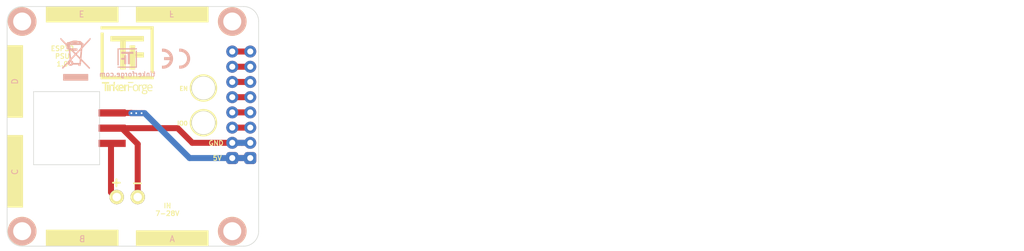
<source format=kicad_pcb>
(kicad_pcb (version 20171130) (host pcbnew 5.1.12-84ad8e8a86~92~ubuntu20.04.1)

  (general
    (thickness 1.6)
    (drawings 55)
    (tracks 32)
    (zones 0)
    (modules 12)
    (nets 10)
  )

  (page A4)
  (title_block
    (title "ESP32 Ethernet Brick")
    (date 2021-03-12)
    (rev 1.0)
    (company "Tinkerforge GmbH")
    (comment 1 "Licensed under CERN OHL v.1.1")
    (comment 2 "Copyright (©) 2021, B.Nordmeyer <bastian@tinkerforge.com>")
  )

  (layers
    (0 F.Cu signal)
    (31 B.Cu signal)
    (32 B.Adhes user)
    (33 F.Adhes user)
    (34 B.Paste user)
    (35 F.Paste user)
    (36 B.SilkS user)
    (37 F.SilkS user)
    (38 B.Mask user)
    (39 F.Mask user)
    (40 Dwgs.User user)
    (41 Cmts.User user)
    (42 Eco1.User user)
    (43 Eco2.User user)
    (44 Edge.Cuts user)
    (45 Margin user)
    (46 B.CrtYd user)
    (47 F.CrtYd user)
    (48 B.Fab user)
    (49 F.Fab user)
  )

  (setup
    (last_trace_width 0.15)
    (user_trace_width 0.15)
    (user_trace_width 0.2)
    (user_trace_width 0.25)
    (user_trace_width 0.3)
    (user_trace_width 0.5)
    (user_trace_width 0.7)
    (user_trace_width 1)
    (trace_clearance 0.149)
    (zone_clearance 0)
    (zone_45_only no)
    (trace_min 0.15)
    (via_size 0.55)
    (via_drill 0.25)
    (via_min_size 0.5)
    (via_min_drill 0.25)
    (user_via 0.55 0.25)
    (user_via 0.7 0.3)
    (uvia_size 0.3)
    (uvia_drill 0.1)
    (uvias_allowed no)
    (uvia_min_size 0.2)
    (uvia_min_drill 0.1)
    (edge_width 0.09906)
    (segment_width 1)
    (pcb_text_width 0.3048)
    (pcb_text_size 1.524 2.032)
    (mod_edge_width 0.381)
    (mod_text_size 1.524 1.524)
    (mod_text_width 0.3048)
    (pad_size 2 2)
    (pad_drill 1)
    (pad_to_mask_clearance 0)
    (aux_axis_origin 113.8 123.65)
    (grid_origin 113.8 123.65)
    (visible_elements 7FFFFFFF)
    (pcbplotparams
      (layerselection 0x010cc_ffffffff)
      (usegerberextensions true)
      (usegerberattributes false)
      (usegerberadvancedattributes false)
      (creategerberjobfile false)
      (excludeedgelayer true)
      (linewidth 0.050000)
      (plotframeref false)
      (viasonmask false)
      (mode 1)
      (useauxorigin false)
      (hpglpennumber 1)
      (hpglpenspeed 20)
      (hpglpendiameter 15.000000)
      (psnegative false)
      (psa4output false)
      (plotreference false)
      (plotvalue false)
      (plotinvisibletext false)
      (padsonsilk false)
      (subtractmaskfromsilk true)
      (outputformat 1)
      (mirror false)
      (drillshape 0)
      (scaleselection 1)
      (outputdirectory "../../../../Desktop/proto/universal-esp32-PSU/"))
  )

  (net 0 "")
  (net 1 IN_7-28V)
  (net 2 "Net-(P1-Pad2)")
  (net 3 "Net-(P101-Pad5)")
  (net 4 "Net-(P101-Pad4)")
  (net 5 "Net-(P101-Pad3)")
  (net 6 OUT_5V)
  (net 7 "Net-(P101-Pad6)")
  (net 8 "Net-(P101-Pad7)")
  (net 9 "Net-(P101-Pad8)")

  (net_class Default "This is the default net class."
    (clearance 0.149)
    (trace_width 0.15)
    (via_dia 0.55)
    (via_drill 0.25)
    (uvia_dia 0.3)
    (uvia_drill 0.1)
    (add_net IN_7-28V)
    (add_net "Net-(P1-Pad2)")
    (add_net "Net-(P101-Pad3)")
    (add_net "Net-(P101-Pad4)")
    (add_net "Net-(P101-Pad5)")
    (add_net "Net-(P101-Pad6)")
    (add_net "Net-(P101-Pad7)")
    (add_net "Net-(P101-Pad8)")
    (add_net OUT_5V)
  )

  (module kicad-libraries:WEEE_7mm (layer B.Cu) (tedit 5922FFAE) (tstamp 615EEE15)
    (at 125.2 132.45 180)
    (fp_text reference VAL (at 0 0) (layer B.SilkS) hide
      (effects (font (size 0.2 0.2) (thickness 0.05)) (justify mirror))
    )
    (fp_text value WEEE_7mm (at 0.75 0) (layer B.SilkS) hide
      (effects (font (size 0.2 0.2) (thickness 0.05)) (justify mirror))
    )
    (fp_poly (pts (xy 2.482863 3.409859) (xy 2.480804 3.376179) (xy 2.471206 3.341837) (xy 2.44964 3.301407)
      (xy 2.411675 3.249463) (xy 2.352883 3.180577) (xy 2.268835 3.089322) (xy 2.155101 2.970274)
      (xy 2.007251 2.818004) (xy 1.961444 2.771041) (xy 1.439333 2.23603) (xy 1.439333 1.978793)
      (xy 1.439333 1.721555) (xy 1.298222 1.721555) (xy 1.298222 1.994947) (xy 1.298222 2.099005)
      (xy 1.213555 2.017889) (xy 1.160676 1.962169) (xy 1.131131 1.921219) (xy 1.128889 1.913831)
      (xy 1.153434 1.897717) (xy 1.212566 1.89089) (xy 1.213555 1.890889) (xy 1.269418 1.895963)
      (xy 1.29309 1.922356) (xy 1.298206 1.986828) (xy 1.298222 1.994947) (xy 1.298222 1.721555)
      (xy 1.28539 1.721555) (xy 1.241376 1.723224) (xy 1.205837 1.724651) (xy 1.177386 1.720468)
      (xy 1.154636 1.705309) (xy 1.136199 1.673804) (xy 1.120687 1.620585) (xy 1.106713 1.540286)
      (xy 1.092889 1.427539) (xy 1.077827 1.276974) (xy 1.060141 1.083225) (xy 1.038443 0.840924)
      (xy 1.028031 0.725936) (xy 1.016 0.593851) (xy 1.016 2.342444) (xy 1.016 2.427111)
      (xy 0.964919 2.427111) (xy 0.964919 2.654131) (xy 0.96044 2.665934) (xy 0.910629 2.701752)
      (xy 0.825292 2.742703) (xy 0.723934 2.781372) (xy 0.626061 2.810345) (xy 0.551179 2.822208)
      (xy 0.549274 2.822222) (xy 0.494484 2.808563) (xy 0.479778 2.765778) (xy 0.476666 2.742735)
      (xy 0.461334 2.726991) (xy 0.424786 2.717163) (xy 0.358027 2.711867) (xy 0.252063 2.709719)
      (xy 0.239909 2.709686) (xy 0.239909 2.892647) (xy 0.233665 2.897338) (xy 0.218722 2.899226)
      (xy 0.112749 2.903792) (xy 0.007055 2.899226) (xy -0.017767 2.894178) (xy 0.007962 2.890336)
      (xy 0.078354 2.888317) (xy 0.112889 2.888155) (xy 0.197687 2.889381) (xy 0.239909 2.892647)
      (xy 0.239909 2.709686) (xy 0.112889 2.709333) (xy -0.254 2.709333) (xy -0.254 2.782537)
      (xy -0.256796 2.824575) (xy -0.274517 2.843911) (xy -0.321168 2.845575) (xy -0.402167 2.835755)
      (xy -0.502773 2.820747) (xy -0.559752 2.80431) (xy -0.585498 2.778111) (xy -0.592403 2.733815)
      (xy -0.592667 2.707668) (xy -0.592667 2.624667) (xy 0.201011 2.624667) (xy 0.434757 2.624964)
      (xy 0.617649 2.62606) (xy 0.755277 2.628256) (xy 0.853229 2.631858) (xy 0.917094 2.637169)
      (xy 0.952461 2.644492) (xy 0.964919 2.654131) (xy 0.964919 2.427111) (xy 0.026103 2.427111)
      (xy -0.874889 2.427111) (xy -0.874889 2.652889) (xy -0.884518 2.680377) (xy -0.887335 2.681111)
      (xy -0.91143 2.661335) (xy -0.917222 2.652889) (xy -0.914985 2.626883) (xy -0.904777 2.624667)
      (xy -0.876038 2.645153) (xy -0.874889 2.652889) (xy -0.874889 2.427111) (xy -0.963793 2.427111)
      (xy -0.943537 2.166055) (xy -0.938094 2.087369) (xy -0.932714 2.024235) (xy -0.92321 1.970393)
      (xy -0.905395 1.919583) (xy -0.875081 1.865545) (xy -0.828081 1.802019) (xy -0.760208 1.722746)
      (xy -0.667273 1.621464) (xy -0.54509 1.491915) (xy -0.389471 1.327837) (xy -0.366889 1.303985)
      (xy -0.042333 0.961041) (xy 0.205281 1.207243) (xy 0.452896 1.453444) (xy 0.099448 1.461343)
      (xy -0.254 1.469242) (xy -0.254 1.623621) (xy -0.254 1.778) (xy 0.183444 1.778)
      (xy 0.620889 1.778) (xy 0.620889 1.701353) (xy 0.622969 1.664993) (xy 0.634687 1.65375)
      (xy 0.664256 1.671682) (xy 0.719893 1.722845) (xy 0.776111 1.778) (xy 0.854414 1.857186)
      (xy 0.900636 1.914327) (xy 0.92323 1.966659) (xy 0.930646 2.031417) (xy 0.931333 2.094536)
      (xy 0.934803 2.190842) (xy 0.947055 2.241675) (xy 0.97085 2.257681) (xy 0.973667 2.257778)
      (xy 1.007275 2.28302) (xy 1.016 2.342444) (xy 1.016 0.593851) (xy 0.954054 -0.086239)
      (xy 1.34486 -0.498024) (xy 1.555216 -0.719617) (xy 1.729916 -0.903769) (xy 1.872041 -1.054091)
      (xy 1.984676 -1.174196) (xy 2.070901 -1.267694) (xy 2.133801 -1.338196) (xy 2.176457 -1.389314)
      (xy 2.201952 -1.424658) (xy 2.21337 -1.447841) (xy 2.213792 -1.462473) (xy 2.206301 -1.472165)
      (xy 2.19398 -1.480529) (xy 2.187398 -1.485028) (xy 2.139541 -1.515553) (xy 2.118022 -1.524)
      (xy 2.094879 -1.504317) (xy 2.039069 -1.449218) (xy 1.956356 -1.364626) (xy 1.852504 -1.256463)
      (xy 1.733278 -1.130652) (xy 1.678916 -1.072812) (xy 1.255889 -0.621625) (xy 1.239947 -0.712979)
      (xy 1.197516 -0.849251) (xy 1.119827 -0.950313) (xy 1.079557 -0.982306) (xy 1.017977 -1.011638)
      (xy 1.017977 -0.632978) (xy 0.995676 -0.556992) (xy 0.945013 -0.49721) (xy 0.945013 1.715394)
      (xy 0.94482 1.716067) (xy 0.923395 1.700567) (xy 0.870211 1.651048) (xy 0.792165 1.57462)
      (xy 0.696154 1.478392) (xy 0.589075 1.369476) (xy 0.477826 1.254981) (xy 0.369303 1.142017)
      (xy 0.270405 1.037695) (xy 0.188029 0.949124) (xy 0.129071 0.883415) (xy 0.100429 0.847678)
      (xy 0.098778 0.843916) (xy 0.117043 0.81413) (xy 0.166773 0.753937) (xy 0.240369 0.67125)
      (xy 0.330231 0.573984) (xy 0.42876 0.470051) (xy 0.528358 0.367365) (xy 0.621424 0.273839)
      (xy 0.70036 0.197387) (xy 0.757566 0.145921) (xy 0.785443 0.127355) (xy 0.786505 0.12776)
      (xy 0.793707 0.159396) (xy 0.805121 0.239895) (xy 0.819901 0.361901) (xy 0.837205 0.51806)
      (xy 0.856186 0.701015) (xy 0.876002 0.903411) (xy 0.878183 0.926402) (xy 0.897143 1.129855)
      (xy 0.913788 1.314176) (xy 0.927509 1.472128) (xy 0.937694 1.596473) (xy 0.943732 1.679974)
      (xy 0.945013 1.715394) (xy 0.945013 -0.49721) (xy 0.944024 -0.496043) (xy 0.871243 -0.460602)
      (xy 0.785555 -0.461141) (xy 0.764432 -0.470982) (xy 0.764432 -0.168896) (xy 0.745079 -0.120107)
      (xy 0.697438 -0.051745) (xy 0.618576 0.041481) (xy 0.505557 0.164861) (xy 0.374559 0.303585)
      (xy -0.041854 0.741711) (xy -0.132242 0.647751) (xy -0.132242 0.841738) (xy -0.508984 1.238599)
      (xy -0.625421 1.36067) (xy -0.727784 1.466874) (xy -0.810087 1.55109) (xy -0.866341 1.607198)
      (xy -0.89056 1.629078) (xy -0.891025 1.629119) (xy -0.890844 1.599805) (xy -0.886195 1.523686)
      (xy -0.877886 1.410152) (xy -0.866727 1.268597) (xy -0.853528 1.108412) (xy -0.839099 0.938988)
      (xy -0.824249 0.769717) (xy -0.809789 0.60999) (xy -0.796527 0.4692) (xy -0.785274 0.356738)
      (xy -0.776839 0.281995) (xy -0.772591 0.25543) (xy -0.74805 0.256656) (xy -0.687291 0.300651)
      (xy -0.590212 0.387499) (xy -0.456711 0.517286) (xy -0.445848 0.528132) (xy -0.132242 0.841738)
      (xy -0.132242 0.647751) (xy -0.403136 0.366149) (xy -0.532757 0.230252) (xy -0.62722 0.127772)
      (xy -0.691435 0.052372) (xy -0.730313 -0.002286) (xy -0.748765 -0.04254) (xy -0.751699 -0.074729)
      (xy -0.750572 -0.082317) (xy -0.742402 -0.14269) (xy -0.732359 -0.241951) (xy -0.722136 -0.362656)
      (xy -0.718145 -0.416278) (xy -0.699563 -0.677333) (xy -0.138115 -0.677333) (xy 0.423333 -0.677333)
      (xy 0.423333 -0.584835) (xy 0.449981 -0.463491) (xy 0.523642 -0.355175) (xy 0.63489 -0.272054)
      (xy 0.682126 -0.250719) (xy 0.73002 -0.228911) (xy 0.758434 -0.2034) (xy 0.764432 -0.168896)
      (xy 0.764432 -0.470982) (xy 0.711835 -0.495489) (xy 0.659024 -0.562819) (xy 0.647539 -0.649049)
      (xy 0.676635 -0.735445) (xy 0.723473 -0.788174) (xy 0.784468 -0.828555) (xy 0.830825 -0.846601)
      (xy 0.832555 -0.846667) (xy 0.877213 -0.830394) (xy 0.938072 -0.790949) (xy 0.941638 -0.788174)
      (xy 1.002705 -0.713529) (xy 1.017977 -0.632978) (xy 1.017977 -1.011638) (xy 0.949842 -1.044093)
      (xy 0.810166 -1.060981) (xy 0.675259 -1.034339) (xy 0.559855 -0.965538) (xy 0.525993 -0.9308)
      (xy 0.455199 -0.846667) (xy -0.0264 -0.846667) (xy -0.508 -0.846667) (xy -0.508 -0.959556)
      (xy -0.508 -1.072445) (xy -0.649111 -1.072445) (xy -0.790222 -1.072445) (xy -0.790222 -0.975954)
      (xy -0.803072 -0.881747) (xy -0.831861 -0.799565) (xy -0.85235 -0.735143) (xy -0.871496 -0.630455)
      (xy -0.886633 -0.501661) (xy -0.8916 -0.437445) (xy -0.909702 -0.155222) (xy -1.596125 -0.853722)
      (xy -1.756866 -1.017004) (xy -1.904817 -1.166738) (xy -2.035402 -1.29834) (xy -2.144049 -1.407222)
      (xy -2.226183 -1.4888) (xy -2.277232 -1.538486) (xy -2.292741 -1.552222) (xy -2.318618 -1.535182)
      (xy -2.3368 -1.518356) (xy -2.366614 -1.474736) (xy -2.370667 -1.458297) (xy -2.351653 -1.432751)
      (xy -2.297528 -1.371534) (xy -2.212667 -1.27931) (xy -2.101445 -1.160741) (xy -1.968236 -1.020491)
      (xy -1.817416 -0.863223) (xy -1.653359 -0.693601) (xy -1.649999 -0.690141) (xy -0.929331 0.051823)
      (xy -1.000888 0.874398) (xy -1.019193 1.08713) (xy -1.035769 1.284177) (xy -1.049992 1.457782)
      (xy -1.061239 1.600189) (xy -1.068889 1.70364) (xy -1.072318 1.760379) (xy -1.072445 1.765937)
      (xy -1.083169 1.796856) (xy -1.117145 1.848518) (xy -1.177081 1.924038) (xy -1.265681 2.026535)
      (xy -1.385653 2.159123) (xy -1.539703 2.324921) (xy -1.730537 2.527044) (xy -1.763174 2.561396)
      (xy -1.94576 2.753708) (xy -2.093058 2.909847) (xy -2.208848 3.034377) (xy -2.296909 3.131865)
      (xy -2.361021 3.206878) (xy -2.404962 3.263981) (xy -2.432513 3.30774) (xy -2.447452 3.342721)
      (xy -2.453559 3.373491) (xy -2.454619 3.396775) (xy -2.455333 3.505661) (xy -2.136329 3.170998)
      (xy -2.000627 3.028421) (xy -1.842494 2.861938) (xy -1.678217 2.688716) (xy -1.524082 2.52592)
      (xy -1.466152 2.46464) (xy -1.354055 2.346541) (xy -1.256193 2.244484) (xy -1.178749 2.164831)
      (xy -1.127907 2.113947) (xy -1.109886 2.09804) (xy -1.109577 2.126426) (xy -1.113821 2.195386)
      (xy -1.12076 2.279234) (xy -1.130834 2.37523) (xy -1.143684 2.427922) (xy -1.166434 2.45028)
      (xy -1.206208 2.455276) (xy -1.217475 2.455333) (xy -1.274769 2.462802) (xy -1.295863 2.497097)
      (xy -1.298222 2.54) (xy -1.290268 2.600887) (xy -1.25796 2.622991) (xy -1.232974 2.624667)
      (xy -1.165809 2.649307) (xy -1.106569 2.707387) (xy -1.038059 2.780849) (xy -0.96015 2.840472)
      (xy -0.90268 2.886543) (xy -0.87527 2.932359) (xy -0.874889 2.936944) (xy -0.866717 2.958171)
      (xy -0.836053 2.973488) (xy -0.773676 2.98482) (xy -0.670366 2.994091) (xy -0.571902 3.000209)
      (xy -0.444753 3.009947) (xy -0.342774 3.022633) (xy -0.277341 3.036575) (xy -0.259106 3.046795)
      (xy -0.227621 3.061127) (xy -0.152899 3.071083) (xy -0.047962 3.076818) (xy 0.074164 3.078489)
      (xy 0.200456 3.076251) (xy 0.31789 3.07026) (xy 0.41344 3.060673) (xy 0.474084 3.047645)
      (xy 0.488466 3.037844) (xy 0.523084 3.012128) (xy 0.59531 2.989452) (xy 0.645346 2.980608)
      (xy 0.752526 2.955733) (xy 0.873538 2.912358) (xy 0.942299 2.880321) (xy 1.046225 2.831835)
      (xy 1.128071 2.811654) (xy 1.210866 2.814154) (xy 1.212404 2.814358) (xy 1.324381 2.811082)
      (xy 1.398504 2.765955) (xy 1.435053 2.678737) (xy 1.439333 2.621893) (xy 1.416263 2.519845)
      (xy 1.351912 2.452433) (xy 1.25357 2.427141) (xy 1.249609 2.427111) (xy 1.20332 2.41653)
      (xy 1.186549 2.373932) (xy 1.185333 2.342444) (xy 1.192841 2.282987) (xy 1.210931 2.257784)
      (xy 1.211244 2.257778) (xy 1.236778 2.277108) (xy 1.296879 2.331881) (xy 1.386564 2.417269)
      (xy 1.500846 2.528446) (xy 1.634743 2.660585) (xy 1.783269 2.808858) (xy 1.859662 2.885722)
      (xy 2.48217 3.513666) (xy 2.482863 3.409859)) (layer B.SilkS) (width 0.1))
    (fp_poly (pts (xy 2.032 -3.527778) (xy -0.014111 -3.527778) (xy -2.060222 -3.527778) (xy -2.060222 -3.019778)
      (xy -2.060222 -2.511778) (xy -0.014111 -2.511778) (xy 2.032 -2.511778) (xy 2.032 -3.019778)
      (xy 2.032 -3.527778)) (layer B.SilkS) (width 0.1))
  )

  (module kicad-libraries:CE_5mm (layer B.Cu) (tedit 5922FFD4) (tstamp 615EEDB5)
    (at 141.9 132.35 180)
    (fp_text reference VAL (at 0 0) (layer B.SilkS) hide
      (effects (font (size 0.2 0.2) (thickness 0.05)) (justify mirror))
    )
    (fp_text value CE_5mm (at 0 0) (layer B.SilkS) hide
      (effects (font (size 0.2 0.2) (thickness 0.05)) (justify mirror))
    )
    (fp_poly (pts (xy 2.3114 -1.67132) (xy 2.30124 -1.67132) (xy 2.28854 -1.67386) (xy 2.26822 -1.6764)
      (xy 2.24282 -1.6764) (xy 2.21742 -1.67894) (xy 2.18694 -1.67894) (xy 2.15646 -1.67894)
      (xy 2.12852 -1.67894) (xy 2.10058 -1.67894) (xy 2.07518 -1.67894) (xy 2.05232 -1.67894)
      (xy 2.04978 -1.67894) (xy 1.96088 -1.67132) (xy 1.87706 -1.66116) (xy 1.79578 -1.64592)
      (xy 1.7145 -1.6256) (xy 1.65862 -1.61036) (xy 1.55956 -1.57988) (xy 1.46304 -1.53924)
      (xy 1.36906 -1.49606) (xy 1.27762 -1.44526) (xy 1.18872 -1.38938) (xy 1.1049 -1.32588)
      (xy 1.02362 -1.25984) (xy 0.94742 -1.18872) (xy 0.8763 -1.11252) (xy 0.81026 -1.03378)
      (xy 0.762 -0.96774) (xy 0.70358 -0.87884) (xy 0.65024 -0.78994) (xy 0.60452 -0.69596)
      (xy 0.56642 -0.60198) (xy 0.53086 -0.50546) (xy 0.50546 -0.4064) (xy 0.4826 -0.30734)
      (xy 0.46736 -0.20828) (xy 0.4572 -0.10668) (xy 0.45466 -0.00508) (xy 0.4572 0.09398)
      (xy 0.46482 0.19558) (xy 0.48006 0.29464) (xy 0.50038 0.39624) (xy 0.52832 0.49276)
      (xy 0.56134 0.58928) (xy 0.59944 0.68326) (xy 0.64516 0.77724) (xy 0.69596 0.86868)
      (xy 0.75184 0.95504) (xy 0.79248 1.01092) (xy 0.85852 1.0922) (xy 0.9271 1.1684)
      (xy 1.0033 1.24206) (xy 1.08204 1.31064) (xy 1.16332 1.3716) (xy 1.24968 1.42748)
      (xy 1.33858 1.48082) (xy 1.43256 1.52654) (xy 1.52654 1.56718) (xy 1.6256 1.6002)
      (xy 1.72466 1.62814) (xy 1.82626 1.651) (xy 1.9304 1.66878) (xy 2.03454 1.6764)
      (xy 2.13614 1.68148) (xy 2.15392 1.68148) (xy 2.17424 1.67894) (xy 2.19964 1.67894)
      (xy 2.2225 1.67894) (xy 2.24536 1.6764) (xy 2.26568 1.67386) (xy 2.28346 1.67386)
      (xy 2.29616 1.67132) (xy 2.2987 1.67132) (xy 2.30886 1.67132) (xy 2.30886 1.40208)
      (xy 2.30886 1.13538) (xy 2.29108 1.13792) (xy 2.2352 1.143) (xy 2.17678 1.14554)
      (xy 2.11836 1.14554) (xy 2.06248 1.143) (xy 2.00914 1.13792) (xy 2.0066 1.13792)
      (xy 1.9177 1.12268) (xy 1.83134 1.10236) (xy 1.74752 1.07442) (xy 1.66878 1.0414)
      (xy 1.59004 1.0033) (xy 1.51638 0.95758) (xy 1.44526 0.90932) (xy 1.37668 0.85344)
      (xy 1.31318 0.79248) (xy 1.25476 0.72644) (xy 1.21158 0.67056) (xy 1.16586 0.60452)
      (xy 1.12268 0.53086) (xy 1.08712 0.4572) (xy 1.0541 0.37592) (xy 1.03378 0.31242)
      (xy 1.0287 0.29464) (xy 1.02616 0.28194) (xy 1.02362 0.27178) (xy 1.02108 0.2667)
      (xy 1.02362 0.2667) (xy 1.0287 0.26416) (xy 1.03378 0.26416) (xy 1.04394 0.26416)
      (xy 1.0541 0.26416) (xy 1.06934 0.26416) (xy 1.08712 0.26416) (xy 1.10998 0.26416)
      (xy 1.13538 0.26162) (xy 1.16586 0.26162) (xy 1.20142 0.26162) (xy 1.23952 0.26162)
      (xy 1.28524 0.26162) (xy 1.33604 0.26162) (xy 1.39192 0.26162) (xy 1.45542 0.26162)
      (xy 1.49352 0.26162) (xy 1.96596 0.26162) (xy 1.96596 0.01016) (xy 1.96596 -0.2413)
      (xy 1.48844 -0.24384) (xy 1.00838 -0.24384) (xy 1.02362 -0.29972) (xy 1.03632 -0.35052)
      (xy 1.05156 -0.39624) (xy 1.06934 -0.43942) (xy 1.08712 -0.48514) (xy 1.10998 -0.53086)
      (xy 1.11506 -0.54102) (xy 1.1557 -0.61722) (xy 1.20396 -0.68834) (xy 1.2573 -0.75692)
      (xy 1.31572 -0.82296) (xy 1.37922 -0.88138) (xy 1.44526 -0.93726) (xy 1.48082 -0.96266)
      (xy 1.55448 -1.01092) (xy 1.63068 -1.05156) (xy 1.70942 -1.08712) (xy 1.7907 -1.1176)
      (xy 1.87706 -1.143) (xy 1.96596 -1.16078) (xy 1.98374 -1.16332) (xy 2.01168 -1.16586)
      (xy 2.04216 -1.1684) (xy 2.07518 -1.17094) (xy 2.11074 -1.17094) (xy 2.1463 -1.17348)
      (xy 2.18186 -1.17348) (xy 2.21742 -1.17094) (xy 2.2479 -1.17094) (xy 2.27584 -1.1684)
      (xy 2.2987 -1.16586) (xy 2.30378 -1.16332) (xy 2.3114 -1.16332) (xy 2.3114 -1.41732)
      (xy 2.3114 -1.67132)) (layer B.SilkS) (width 0.00254))
    (fp_poly (pts (xy -0.55372 -1.67132) (xy -0.5715 -1.67386) (xy -0.57912 -1.6764) (xy -0.59436 -1.6764)
      (xy -0.61214 -1.6764) (xy -0.635 -1.6764) (xy -0.65786 -1.67894) (xy -0.68326 -1.67894)
      (xy -0.70866 -1.67894) (xy -0.73406 -1.67894) (xy -0.75692 -1.67894) (xy -0.7747 -1.67894)
      (xy -0.7874 -1.67894) (xy -0.79756 -1.67894) (xy -0.80518 -1.67894) (xy -0.82042 -1.6764)
      (xy -0.83566 -1.6764) (xy -0.85598 -1.67386) (xy -0.95758 -1.66116) (xy -1.05664 -1.64338)
      (xy -1.15824 -1.62052) (xy -1.2573 -1.59004) (xy -1.35382 -1.55194) (xy -1.40462 -1.53162)
      (xy -1.49606 -1.4859) (xy -1.58496 -1.4351) (xy -1.67386 -1.37922) (xy -1.75514 -1.31826)
      (xy -1.83642 -1.24968) (xy -1.91008 -1.17856) (xy -1.9812 -1.10236) (xy -2.04724 -1.02108)
      (xy -2.1082 -0.93726) (xy -2.14884 -0.87376) (xy -2.18694 -0.80772) (xy -2.2225 -0.7366)
      (xy -2.25552 -0.66548) (xy -2.286 -0.59436) (xy -2.30886 -0.52324) (xy -2.3114 -0.51562)
      (xy -2.34188 -0.41402) (xy -2.36474 -0.30988) (xy -2.37998 -0.20574) (xy -2.39014 -0.09906)
      (xy -2.39268 0.00508) (xy -2.39014 0.11176) (xy -2.37998 0.2159) (xy -2.36474 0.31496)
      (xy -2.34188 0.41402) (xy -2.3114 0.51308) (xy -2.27838 0.6096) (xy -2.23774 0.70612)
      (xy -2.19202 0.79756) (xy -2.14122 0.88646) (xy -2.10566 0.9398) (xy -2.0447 1.02362)
      (xy -1.97866 1.1049) (xy -1.90754 1.1811) (xy -1.83388 1.25222) (xy -1.7526 1.31826)
      (xy -1.66878 1.38176) (xy -1.58242 1.43764) (xy -1.49098 1.48844) (xy -1.397 1.53416)
      (xy -1.30048 1.5748) (xy -1.20142 1.60782) (xy -1.19888 1.60782) (xy -1.10998 1.63322)
      (xy -1.016 1.651) (xy -0.92202 1.66624) (xy -0.8255 1.6764) (xy -0.73152 1.67894)
      (xy -0.64008 1.67894) (xy -0.58166 1.67386) (xy -0.55372 1.67386) (xy -0.55372 1.4097)
      (xy -0.55372 1.14808) (xy -0.56134 1.15062) (xy -0.57658 1.15316) (xy -0.5969 1.1557)
      (xy -0.6223 1.15824) (xy -0.65024 1.15824) (xy -0.68072 1.15824) (xy -0.71374 1.15824)
      (xy -0.74676 1.15824) (xy -0.77724 1.15824) (xy -0.80772 1.1557) (xy -0.83312 1.15316)
      (xy -0.8509 1.15062) (xy -0.9398 1.13538) (xy -1.02616 1.11506) (xy -1.10998 1.08712)
      (xy -1.19126 1.0541) (xy -1.27 1.01346) (xy -1.34366 0.97028) (xy -1.41478 0.91948)
      (xy -1.48336 0.86106) (xy -1.524 0.82296) (xy -1.58496 0.75692) (xy -1.64084 0.68834)
      (xy -1.6891 0.61468) (xy -1.73228 0.54102) (xy -1.77038 0.46228) (xy -1.8034 0.381)
      (xy -1.8288 0.29718) (xy -1.84658 0.21082) (xy -1.85928 0.12192) (xy -1.86182 0.09906)
      (xy -1.86436 0.0762) (xy -1.86436 0.04572) (xy -1.86436 0.0127) (xy -1.86436 -0.02286)
      (xy -1.86436 -0.05842) (xy -1.86182 -0.09144) (xy -1.85928 -0.12192) (xy -1.85674 -0.14986)
      (xy -1.85674 -0.16256) (xy -1.8415 -0.24384) (xy -1.82118 -0.32258) (xy -1.79578 -0.39878)
      (xy -1.7653 -0.47498) (xy -1.75006 -0.50292) (xy -1.71196 -0.57658) (xy -1.67132 -0.64516)
      (xy -1.62306 -0.70866) (xy -1.57226 -0.77216) (xy -1.524 -0.82296) (xy -1.4605 -0.88138)
      (xy -1.39192 -0.93726) (xy -1.31826 -0.98552) (xy -1.2446 -1.0287) (xy -1.16332 -1.0668)
      (xy -1.08204 -1.09728) (xy -0.99822 -1.12268) (xy -0.90932 -1.143) (xy -0.87122 -1.14808)
      (xy -0.85344 -1.15062) (xy -0.8382 -1.15316) (xy -0.8255 -1.1557) (xy -0.81026 -1.1557)
      (xy -0.79502 -1.1557) (xy -0.77724 -1.15824) (xy -0.75692 -1.15824) (xy -0.72898 -1.15824)
      (xy -0.70612 -1.15824) (xy -0.67818 -1.15824) (xy -0.65278 -1.15824) (xy -0.62738 -1.1557)
      (xy -0.60706 -1.1557) (xy -0.59182 -1.1557) (xy -0.57912 -1.15316) (xy -0.56642 -1.15316)
      (xy -0.5588 -1.15062) (xy -0.55626 -1.15062) (xy -0.55626 -1.15316) (xy -0.55626 -1.16332)
      (xy -0.55626 -1.17856) (xy -0.55626 -1.19888) (xy -0.55626 -1.22428) (xy -0.55372 -1.25476)
      (xy -0.55372 -1.28778) (xy -0.55372 -1.32334) (xy -0.55372 -1.36144) (xy -0.55372 -1.40208)
      (xy -0.55372 -1.41224) (xy -0.55372 -1.67132)) (layer B.SilkS) (width 0.00254))
  )

  (module kicad-libraries:Logo_31x31 (layer B.Cu) (tedit 0) (tstamp 615EED61)
    (at 133.8 132.25 180)
    (fp_text reference G*** (at 0 0) (layer B.SilkS) hide
      (effects (font (size 1.524 1.524) (thickness 0.3)) (justify mirror))
    )
    (fp_text value LOGO (at 0.75 0) (layer B.SilkS) hide
      (effects (font (size 1.524 1.524) (thickness 0.3)) (justify mirror))
    )
    (fp_poly (pts (xy 0.483809 0.030238) (xy 1.016 0.030238) (xy 1.016 -0.27819) (xy 0.483809 -0.27819)
      (xy 0.483809 -1.016) (xy 0.145142 -1.016) (xy 0.145142 0.459619) (xy 0.483809 0.459619)
      (xy 0.483809 0.030238)) (layer B.SilkS) (width 0.01))
    (fp_poly (pts (xy 1.016 0.701524) (xy -0.090715 0.701524) (xy -0.090715 -1.016) (xy -0.429381 -1.016)
      (xy -0.429381 0.701524) (xy -1.028096 0.701524) (xy -1.028096 1.034143) (xy 1.016 1.034143)
      (xy 1.016 0.701524)) (layer B.SilkS) (width 0.01))
    (fp_poly (pts (xy 1.614714 -1.221619) (xy 1.427238 -1.221619) (xy 1.427238 1.439334) (xy -1.62681 1.439334)
      (xy -1.62681 1.62681) (xy 1.614714 1.62681) (xy 1.614714 -1.221619)) (layer B.SilkS) (width 0.01))
    (fp_poly (pts (xy -1.433286 -1.42119) (xy 1.614714 -1.42119) (xy 1.614714 -1.608666) (xy -1.62681 -1.608666)
      (xy -1.62681 1.239762) (xy -1.433286 1.239762) (xy -1.433286 -1.42119)) (layer B.SilkS) (width 0.01))
  )

  (module kicad-libraries:Logo_TF_10x12 (layer F.Cu) (tedit 0) (tstamp 615EEC00)
    (at 133.8 132.45)
    (fp_text reference G*** (at 0 0) (layer F.SilkS) hide
      (effects (font (size 1.524 1.524) (thickness 0.3)))
    )
    (fp_text value LOGO (at 0.75 0) (layer F.SilkS) hide
      (effects (font (size 1.524 1.524) (thickness 0.3)))
    )
    (fp_poly (pts (xy 1.330036 -1.149928) (xy 2.784763 -1.149928) (xy 2.784763 -0.300211) (xy 1.332345 -0.297873)
      (xy 1.330015 1.704109) (xy 0.397163 1.704109) (xy 0.397163 -2.322946) (xy 1.330036 -2.322946)
      (xy 1.330036 -1.149928)) (layer F.SilkS) (width 0.01))
    (fp_poly (pts (xy 2.784763 -2.974109) (xy -0.240146 -2.974109) (xy -0.240146 1.704109) (xy -1.173018 1.704109)
      (xy -1.173018 -2.974109) (xy -2.798618 -2.974109) (xy -2.798618 -3.879273) (xy 2.784763 -3.879273)
      (xy 2.784763 -2.974109)) (layer F.SilkS) (width 0.01))
    (fp_poly (pts (xy 4.4196 2.272145) (xy 3.888509 2.272145) (xy 3.888509 -4.983019) (xy -4.433455 -4.983019)
      (xy -4.433455 -5.514109) (xy 4.4196 -5.514109) (xy 4.4196 2.272145)) (layer F.SilkS) (width 0.01))
    (fp_poly (pts (xy -3.902364 2.807854) (xy 4.4196 2.807854) (xy 4.4196 3.338945) (xy -4.433455 3.338945)
      (xy -4.433455 -4.447309) (xy -3.902364 -4.447309) (xy -3.902364 2.807854)) (layer F.SilkS) (width 0.01))
    (fp_poly (pts (xy 1.020618 3.9624) (xy 0.133927 3.9624) (xy 0.133927 3.81) (xy 1.020618 3.81)
      (xy 1.020618 3.9624)) (layer F.SilkS) (width 0.01))
    (fp_poly (pts (xy -2.036618 4.144818) (xy -2.036648 4.201409) (xy -2.036732 4.255246) (xy -2.036866 4.305626)
      (xy -2.037047 4.351846) (xy -2.037269 4.393204) (xy -2.037528 4.428998) (xy -2.037819 4.458526)
      (xy -2.038139 4.481085) (xy -2.038481 4.495973) (xy -2.038843 4.502487) (xy -2.038928 4.502727)
      (xy -2.040743 4.4988) (xy -2.041265 4.492336) (xy -2.043002 4.479198) (xy -2.047708 4.459664)
      (xy -2.054702 4.435822) (xy -2.063305 4.409761) (xy -2.072835 4.383569) (xy -2.082614 4.359335)
      (xy -2.089652 4.3438) (xy -2.119636 4.29057) (xy -2.154611 4.244914) (xy -2.194968 4.206393)
      (xy -2.2411 4.174572) (xy -2.241564 4.174302) (xy -2.276451 4.154054) (xy -2.276607 3.970481)
      (xy -2.276764 3.786909) (xy -2.036618 3.786909) (xy -2.036618 4.144818)) (layer F.SilkS) (width 0.01))
    (fp_poly (pts (xy 2.4384 4.376188) (xy 2.409536 4.382089) (xy 2.377172 4.390188) (xy 2.338862 4.402208)
      (xy 2.296596 4.417347) (xy 2.252367 4.434804) (xy 2.208166 4.453777) (xy 2.165985 4.473465)
      (xy 2.127816 4.493068) (xy 2.112818 4.501452) (xy 2.080491 4.520081) (xy 2.07931 4.913186)
      (xy 2.07813 5.306291) (xy 1.921163 5.306291) (xy 1.921163 4.230254) (xy 2.078182 4.230254)
      (xy 2.078182 4.301836) (xy 2.078277 4.326368) (xy 2.078542 4.347276) (xy 2.078941 4.362992)
      (xy 2.07944 4.371944) (xy 2.079758 4.373418) (xy 2.084022 4.371034) (xy 2.094261 4.364607)
      (xy 2.108771 4.35522) (xy 2.120167 4.347726) (xy 2.150325 4.329122) (xy 2.18543 4.309698)
      (xy 2.223804 4.290198) (xy 2.263768 4.271367) (xy 2.303643 4.253948) (xy 2.341749 4.238686)
      (xy 2.376408 4.226325) (xy 2.405941 4.21761) (xy 2.421082 4.214339) (xy 2.4384 4.211363)
      (xy 2.4384 4.376188)) (layer F.SilkS) (width 0.01))
    (fp_poly (pts (xy 0.295563 4.548841) (xy 0.592282 4.550029) (xy 0.889 4.551218) (xy 0.890271 4.62392)
      (xy 0.891543 4.696623) (xy 0.594708 4.697811) (xy 0.297872 4.699) (xy 0.296685 5.002645)
      (xy 0.295497 5.306291) (xy 0.133927 5.306291) (xy 0.133927 4.202545) (xy 0.295563 4.202545)
      (xy 0.295563 4.548841)) (layer F.SilkS) (width 0.01))
    (fp_poly (pts (xy 0.039051 4.216253) (xy 0.039762 4.228719) (xy 0.040286 4.248072) (xy 0.0406 4.27314)
      (xy 0.040685 4.30275) (xy 0.040519 4.335727) (xy 0.040482 4.339749) (xy 0.039254 4.467716)
      (xy 0.013854 4.473021) (xy -0.02398 4.481878) (xy -0.065604 4.493255) (xy -0.108777 4.506411)
      (xy -0.151257 4.520606) (xy -0.190803 4.535101) (xy -0.225173 4.549154) (xy -0.245918 4.558815)
      (xy -0.272473 4.572133) (xy -0.272473 5.306291) (xy -0.512618 5.306291) (xy -0.512618 4.234872)
      (xy -0.272749 4.234872) (xy -0.271456 4.292609) (xy -0.270164 4.350346) (xy -0.244099 4.331846)
      (xy -0.223052 4.318272) (xy -0.195658 4.302618) (xy -0.164217 4.286051) (xy -0.131026 4.269744)
      (xy -0.098383 4.254865) (xy -0.069273 4.242848) (xy -0.047665 4.235031) (xy -0.024315 4.227411)
      (xy -0.001523 4.22065) (xy 0.018417 4.215411) (xy 0.033207 4.212356) (xy 0.038173 4.21185)
      (xy 0.039051 4.216253)) (layer F.SilkS) (width 0.01))
    (fp_poly (pts (xy -1.451468 4.235682) (xy -1.430269 4.235878) (xy -1.415698 4.236205) (xy -1.4089 4.236658)
      (xy -1.408546 4.236805) (xy -1.41099 4.242093) (xy -1.418142 4.254704) (xy -1.42973 4.274181)
      (xy -1.445485 4.300067) (xy -1.460189 4.323925) (xy -1.469953 4.339911) (xy -1.477536 4.352729)
      (xy -1.481848 4.360513) (xy -1.482437 4.361936) (xy -1.484734 4.366596) (xy -1.490725 4.376709)
      (xy -1.498226 4.388684) (xy -1.50837 4.40485) (xy -1.517911 4.420556) (xy -1.522943 4.429183)
      (xy -1.530459 4.44216) (xy -1.541768 4.461251) (xy -1.555818 4.484708) (xy -1.571561 4.510779)
      (xy -1.587947 4.537714) (xy -1.59338 4.5466) (xy -1.613979 4.580455) (xy -1.633764 4.613386)
      (xy -1.652175 4.644424) (xy -1.668653 4.672603) (xy -1.682636 4.696956) (xy -1.693567 4.716515)
      (xy -1.700885 4.730315) (xy -1.70403 4.737389) (xy -1.704109 4.737877) (xy -1.701943 4.743826)
      (xy -1.695949 4.756319) (xy -1.686882 4.773882) (xy -1.675499 4.795039) (xy -1.666321 4.811618)
      (xy -1.638049 4.862211) (xy -1.614108 4.905271) (xy -1.594235 4.941277) (xy -1.578164 4.970707)
      (xy -1.567811 4.989945) (xy -1.556772 5.010436) (xy -1.54186 5.037814) (xy -1.523718 5.070908)
      (xy -1.502991 5.10855) (xy -1.480324 5.14957) (xy -1.456362 5.192798) (xy -1.431749 5.237066)
      (xy -1.415042 5.267036) (xy -1.406403 5.282598) (xy -1.39959 5.295026) (xy -1.395798 5.302133)
      (xy -1.395461 5.302827) (xy -1.399489 5.303703) (xy -1.411628 5.304497) (xy -1.430756 5.305181)
      (xy -1.455747 5.305726) (xy -1.485479 5.306102) (xy -1.518825 5.30628) (xy -1.529432 5.306291)
      (xy -1.56858 5.306253) (xy -1.599503 5.3061) (xy -1.623215 5.305776) (xy -1.640726 5.30522)
      (xy -1.653048 5.304375) (xy -1.661194 5.303184) (xy -1.666174 5.301586) (xy -1.669003 5.299526)
      (xy -1.669985 5.298209) (xy -1.674604 5.290491) (xy -1.683377 5.275521) (xy -1.695864 5.25406)
      (xy -1.711627 5.226869) (xy -1.730225 5.19471) (xy -1.751219 5.158344) (xy -1.774171 5.118532)
      (xy -1.798639 5.076035) (xy -1.824186 5.031614) (xy -1.850371 4.98603) (xy -1.875732 4.94183)
      (xy -1.888989 4.918782) (xy -1.900649 4.898643) (xy -1.909945 4.882729) (xy -1.916107 4.872357)
      (xy -1.918329 4.868859) (xy -1.92323 4.868895) (xy -1.934893 4.870253) (xy -1.950999 4.872561)
      (xy -1.96923 4.875451) (xy -1.987266 4.878551) (xy -2.00279 4.881491) (xy -2.013483 4.883903)
      (xy -2.014682 4.884242) (xy -2.017176 4.884459) (xy -2.019098 4.882746) (xy -2.020522 4.878069)
      (xy -2.021523 4.869396) (xy -2.022174 4.855694) (xy -2.022548 4.83593) (xy -2.02272 4.809071)
      (xy -2.022764 4.774085) (xy -2.022764 4.771165) (xy -2.02263 4.739456) (xy -2.022255 4.710902)
      (xy -2.021675 4.686771) (xy -2.020928 4.66833) (xy -2.020051 4.656846) (xy -2.019283 4.653521)
      (xy -2.013473 4.652024) (xy -2.000658 4.649739) (xy -1.982998 4.64703) (xy -1.970619 4.645306)
      (xy -1.925436 4.639242) (xy -1.885671 4.574448) (xy -1.870185 4.549282) (xy -1.854395 4.523735)
      (xy -1.839796 4.500222) (xy -1.827885 4.481156) (xy -1.82402 4.475018) (xy -1.813334 4.457947)
      (xy -1.7995 4.43562) (xy -1.784151 4.410681) (xy -1.768919 4.385776) (xy -1.765822 4.380688)
      (xy -1.750316 4.355216) (xy -1.733878 4.328239) (xy -1.718324 4.302738) (xy -1.705473 4.281698)
      (xy -1.703878 4.279088) (xy -1.678246 4.237181) (xy -1.543396 4.235957) (xy -1.509176 4.235714)
      (xy -1.478151 4.235625) (xy -1.451468 4.235682)) (layer F.SilkS) (width 0.01))
    (fp_poly (pts (xy -2.403779 4.216113) (xy -2.355871 4.225914) (xy -2.313434 4.241095) (xy -2.306782 4.244255)
      (xy -2.266917 4.267769) (xy -2.232937 4.296314) (xy -2.203865 4.330976) (xy -2.178724 4.372841)
      (xy -2.165397 4.401222) (xy -2.153362 4.434137) (xy -2.142298 4.474057) (xy -2.132682 4.518766)
      (xy -2.124992 4.566045) (xy -2.119713 4.613563) (xy -2.118957 4.627264) (xy -2.118239 4.649284)
      (xy -2.117571 4.678707) (xy -2.116963 4.714617) (xy -2.116427 4.756096) (xy -2.115974 4.802229)
      (xy -2.115615 4.852098) (xy -2.115361 4.904787) (xy -2.115223 4.959379) (xy -2.115201 4.986481)
      (xy -2.115128 5.306291) (xy -2.355273 5.306291) (xy -2.355273 4.986131) (xy -2.35531 4.918577)
      (xy -2.355441 4.85952) (xy -2.355696 4.808218) (xy -2.356106 4.763932) (xy -2.356702 4.725922)
      (xy -2.357514 4.693448) (xy -2.358573 4.665769) (xy -2.359909 4.642145) (xy -2.361552 4.621837)
      (xy -2.363533 4.604103) (xy -2.365883 4.588205) (xy -2.368632 4.573402) (xy -2.371811 4.558953)
      (xy -2.373108 4.553527) (xy -2.3858 4.518062) (xy -2.4051 4.486641) (xy -2.429806 4.460824)
      (xy -2.458716 4.442173) (xy -2.458914 4.442079) (xy -2.483172 4.433233) (xy -2.51023 4.428725)
      (xy -2.541326 4.428575) (xy -2.577691 4.432801) (xy -2.620563 4.441423) (xy -2.634827 4.444858)
      (xy -2.660849 4.451605) (xy -2.68629 4.458702) (xy -2.70851 4.465378) (xy -2.724866 4.470866)
      (xy -2.727037 4.471689) (xy -2.754746 4.482499) (xy -2.755925 4.894395) (xy -2.757105 5.306291)
      (xy -2.9972 5.306291) (xy -2.9972 4.234872) (xy -2.757055 4.234872) (xy -2.757055 4.259503)
      (xy -2.756588 4.273786) (xy -2.755389 4.283922) (xy -2.75436 4.286828) (xy -2.749045 4.286498)
      (xy -2.739356 4.282251) (xy -2.737041 4.280945) (xy -2.721402 4.273163) (xy -2.699031 4.263856)
      (xy -2.672146 4.253785) (xy -2.642963 4.243714) (xy -2.613699 4.234404) (xy -2.586572 4.226618)
      (xy -2.563798 4.221116) (xy -2.561773 4.220706) (xy -2.508586 4.213338) (xy -2.455303 4.211864)
      (xy -2.403779 4.216113)) (layer F.SilkS) (width 0.01))
    (fp_poly (pts (xy -3.112655 5.306291) (xy -3.3528 5.306291) (xy -3.3528 4.234872) (xy -3.112655 4.234872)
      (xy -3.112655 5.306291)) (layer F.SilkS) (width 0.01))
    (fp_poly (pts (xy -3.020291 4.054763) (xy -3.486552 4.054763) (xy -3.489068 4.065154) (xy -3.489364 4.070962)
      (xy -3.489632 4.085458) (xy -3.48987 4.108095) (xy -3.490076 4.138325) (xy -3.490251 4.1756)
      (xy -3.490393 4.219374) (xy -3.490501 4.269097) (xy -3.490573 4.324222) (xy -3.490609 4.384201)
      (xy -3.490608 4.448487) (xy -3.490568 4.516533) (xy -3.490489 4.587789) (xy -3.490368 4.661709)
      (xy -3.490311 4.690918) (xy -3.489037 5.306291) (xy -3.731458 5.306291) (xy -3.732629 4.681681)
      (xy -3.7338 4.057072) (xy -4.211782 4.05468) (xy -4.211782 3.819236) (xy -3.020291 3.819236)
      (xy -3.020291 4.054763)) (layer F.SilkS) (width 0.01))
    (fp_poly (pts (xy 3.815993 4.212061) (xy 3.862811 4.215306) (xy 3.905976 4.22178) (xy 3.941618 4.231008)
      (xy 3.994968 4.252811) (xy 4.042105 4.280671) (xy 4.083169 4.314802) (xy 4.118301 4.355414)
      (xy 4.147642 4.402721) (xy 4.171333 4.456934) (xy 4.189514 4.518267) (xy 4.202326 4.586931)
      (xy 4.207526 4.632077) (xy 4.210174 4.667881) (xy 4.210903 4.699563) (xy 4.209728 4.732037)
      (xy 4.207874 4.756768) (xy 4.205893 4.780397) (xy 4.204246 4.801173) (xy 4.203081 4.817123)
      (xy 4.202549 4.82627) (xy 4.202532 4.827154) (xy 4.202138 4.828667) (xy 4.200545 4.829978)
      (xy 4.19714 4.831104) (xy 4.191312 4.832056) (xy 4.182449 4.832851) (xy 4.169939 4.833501)
      (xy 4.153172 4.834023) (xy 4.131536 4.834428) (xy 4.104418 4.834733) (xy 4.071208 4.83495)
      (xy 4.031293 4.835095) (xy 3.984063 4.835181) (xy 3.928905 4.835224) (xy 3.865209 4.835236)
      (xy 3.508557 4.835236) (xy 3.511781 4.883353) (xy 3.518922 4.946756) (xy 3.531353 5.002605)
      (xy 3.549085 5.050926) (xy 3.572128 5.091744) (xy 3.600495 5.125085) (xy 3.627754 5.146876)
      (xy 3.647334 5.158978) (xy 3.666758 5.168792) (xy 3.687164 5.176481) (xy 3.709694 5.18221)
      (xy 3.735485 5.186142) (xy 3.765678 5.188441) (xy 3.801414 5.18927) (xy 3.84383 5.188794)
      (xy 3.894068 5.187176) (xy 3.905113 5.186731) (xy 3.942751 5.185078) (xy 3.981583 5.183196)
      (xy 4.019367 5.181207) (xy 4.053861 5.179231) (xy 4.082822 5.177391) (xy 4.097595 5.176326)
      (xy 4.121655 5.174592) (xy 4.142249 5.17335) (xy 4.15772 5.172679) (xy 4.166408 5.172662)
      (xy 4.167671 5.172895) (xy 4.168443 5.177945) (xy 4.169243 5.190444) (xy 4.169985 5.208607)
      (xy 4.170581 5.230647) (xy 4.170663 5.234743) (xy 4.17181 5.294745) (xy 4.132914 5.300381)
      (xy 4.088059 5.306346) (xy 4.040189 5.311756) (xy 3.990583 5.316539) (xy 3.94052 5.320623)
      (xy 3.891282 5.323936) (xy 3.844146 5.326407) (xy 3.800394 5.327963) (xy 3.761305 5.328532)
      (xy 3.728159 5.328043) (xy 3.702235 5.326423) (xy 3.692236 5.325143) (xy 3.632833 5.311991)
      (xy 3.57935 5.292721) (xy 3.531696 5.267179) (xy 3.489779 5.235208) (xy 3.453507 5.196652)
      (xy 3.42279 5.151355) (xy 3.397535 5.099162) (xy 3.377652 5.039916) (xy 3.36305 4.973462)
      (xy 3.353636 4.899643) (xy 3.349319 4.818304) (xy 3.349659 4.740563) (xy 3.351041 4.710545)
      (xy 3.504634 4.710545) (xy 4.055186 4.710545) (xy 4.052232 4.663209) (xy 4.045639 4.5979)
      (xy 4.03442 4.5405) (xy 4.018441 4.490847) (xy 3.997568 4.448779) (xy 3.971668 4.414133)
      (xy 3.940605 4.386747) (xy 3.904245 4.36646) (xy 3.862455 4.353109) (xy 3.815101 4.346533)
      (xy 3.789402 4.345734) (xy 3.762584 4.346237) (xy 3.740792 4.348144) (xy 3.720532 4.352106)
      (xy 3.69831 4.358773) (xy 3.675725 4.36688) (xy 3.637429 4.386028) (xy 3.603666 4.412945)
      (xy 3.574683 4.447218) (xy 3.55073 4.488434) (xy 3.532052 4.536179) (xy 3.5189 4.59004)
      (xy 3.512369 4.638963) (xy 3.510501 4.658861) (xy 3.508515 4.67821) (xy 3.507068 4.690918)
      (xy 3.504634 4.710545) (xy 3.351041 4.710545) (xy 3.35241 4.680848) (xy 3.357281 4.628371)
      (xy 3.364547 4.581321) (xy 3.374481 4.537884) (xy 3.385918 4.500418) (xy 3.41034 4.439425)
      (xy 3.43947 4.386195) (xy 3.473679 4.340337) (xy 3.51334 4.301459) (xy 3.558826 4.269167)
      (xy 3.610508 4.243069) (xy 3.641436 4.231308) (xy 3.678243 4.221667) (xy 3.721246 4.215243)
      (xy 3.767984 4.212041) (xy 3.815993 4.212061)) (layer F.SilkS) (width 0.01))
    (fp_poly (pts (xy 1.469163 4.214863) (xy 1.532286 4.224051) (xy 1.588966 4.239558) (xy 1.639494 4.261541)
      (xy 1.684157 4.290158) (xy 1.723245 4.325568) (xy 1.757047 4.367929) (xy 1.785851 4.417399)
      (xy 1.789738 4.425399) (xy 1.809552 4.475114) (xy 1.825551 4.531862) (xy 1.837672 4.594236)
      (xy 1.845855 4.660831) (xy 1.850036 4.730239) (xy 1.850153 4.801055) (xy 1.846146 4.871872)
      (xy 1.83795 4.941283) (xy 1.825505 5.007882) (xy 1.816975 5.042258) (xy 1.796906 5.101603)
      (xy 1.770861 5.15399) (xy 1.738793 5.199453) (xy 1.700654 5.238023) (xy 1.656396 5.269732)
      (xy 1.605972 5.294614) (xy 1.549335 5.312701) (xy 1.486437 5.324025) (xy 1.417231 5.328618)
      (xy 1.397 5.328704) (xy 1.371299 5.32822) (xy 1.346083 5.327272) (xy 1.3243 5.325998)
      (xy 1.309254 5.324583) (xy 1.249724 5.313704) (xy 1.196064 5.297282) (xy 1.14814 5.275089)
      (xy 1.105814 5.246897) (xy 1.068949 5.212476) (xy 1.03741 5.1716) (xy 1.011059 5.12404)
      (xy 0.98976 5.069567) (xy 0.973376 5.007954) (xy 0.961772 4.938971) (xy 0.954809 4.862392)
      (xy 0.952352 4.777988) (xy 0.952407 4.772564) (xy 1.114978 4.772564) (xy 1.115531 4.815509)
      (xy 1.116874 4.856409) (xy 1.119008 4.893391) (xy 1.121932 4.924578) (xy 1.123969 4.939145)
      (xy 1.136109 4.996401) (xy 1.152506 5.045638) (xy 1.173392 5.087152) (xy 1.198998 5.121235)
      (xy 1.229555 5.148184) (xy 1.265292 5.16829) (xy 1.306443 5.18185) (xy 1.316182 5.183971)
      (xy 1.341568 5.187526) (xy 1.372511 5.189572) (xy 1.405895 5.190109) (xy 1.438603 5.189136)
      (xy 1.46752 5.186654) (xy 1.483982 5.183988) (xy 1.522083 5.173216) (xy 1.554555 5.157644)
      (xy 1.584408 5.135742) (xy 1.591585 5.129312) (xy 1.61616 5.102461) (xy 1.636333 5.071024)
      (xy 1.652738 5.033715) (xy 1.66601 4.989246) (xy 1.670584 4.969163) (xy 1.674118 4.951972)
      (xy 1.676899 4.936786) (xy 1.679019 4.92216) (xy 1.680572 4.906649) (xy 1.681649 4.888808)
      (xy 1.682345 4.867192) (xy 1.682751 4.840356) (xy 1.682961 4.806855) (xy 1.683048 4.7752)
      (xy 1.683051 4.733796) (xy 1.682833 4.700325) (xy 1.682333 4.673482) (xy 1.681491 4.651964)
      (xy 1.680249 4.634468) (xy 1.678545 4.619691) (xy 1.676321 4.606329) (xy 1.674981 4.599709)
      (xy 1.662858 4.55015) (xy 1.649008 4.508438) (xy 1.632815 4.473249) (xy 1.613666 4.44326)
      (xy 1.590943 4.417149) (xy 1.58934 4.415566) (xy 1.557959 4.39005) (xy 1.522354 4.371132)
      (xy 1.481759 4.358578) (xy 1.435407 4.352151) (xy 1.382532 4.351617) (xy 1.381413 4.351664)
      (xy 1.329367 4.356722) (xy 1.28401 4.367358) (xy 1.244916 4.383973) (xy 1.211656 4.406968)
      (xy 1.183805 4.436743) (xy 1.160933 4.473697) (xy 1.142615 4.518232) (xy 1.128423 4.570748)
      (xy 1.124041 4.592781) (xy 1.120652 4.617831) (xy 1.118051 4.650208) (xy 1.116238 4.688039)
      (xy 1.115213 4.729449) (xy 1.114978 4.772564) (xy 0.952407 4.772564) (xy 0.952852 4.729018)
      (xy 0.953903 4.694187) (xy 0.955416 4.660142) (xy 0.95727 4.628861) (xy 0.959342 4.602322)
      (xy 0.961512 4.582504) (xy 0.962103 4.578537) (xy 0.976458 4.509884) (xy 0.996136 4.448712)
      (xy 1.021296 4.394885) (xy 1.052099 4.348271) (xy 1.088704 4.308736) (xy 1.13127 4.276145)
      (xy 1.179958 4.250365) (xy 1.234926 4.231262) (xy 1.296334 4.218702) (xy 1.364343 4.212551)
      (xy 1.399309 4.211836) (xy 1.469163 4.214863)) (layer F.SilkS) (width 0.01))
    (fp_poly (pts (xy -0.993558 4.213079) (xy -0.950311 4.215173) (xy -0.914074 4.218524) (xy -0.882652 4.223641)
      (xy -0.853847 4.231034) (xy -0.825465 4.241208) (xy -0.79531 4.254675) (xy -0.778944 4.262769)
      (xy -0.733314 4.290983) (xy -0.69315 4.326537) (xy -0.658552 4.369252) (xy -0.629623 4.418949)
      (xy -0.606464 4.475449) (xy -0.589176 4.538572) (xy -0.57786 4.608139) (xy -0.576602 4.619947)
      (xy -0.574515 4.643445) (xy -0.573401 4.664002) (xy -0.573297 4.684133) (xy -0.574244 4.706356)
      (xy -0.576278 4.733186) (xy -0.578751 4.760034) (xy -0.581321 4.787492) (xy -0.583533 4.812536)
      (xy -0.585241 4.833395) (xy -0.586299 4.848299) (xy -0.586579 4.854863) (xy -0.586509 4.867563)
      (xy -1.229762 4.867563) (xy -1.226695 4.907972) (xy -1.222049 4.948007) (xy -1.214519 4.980902)
      (xy -1.20365 5.008427) (xy -1.198517 5.017902) (xy -1.17558 5.050741) (xy -1.148952 5.076247)
      (xy -1.116946 5.09575) (xy -1.082995 5.109002) (xy -1.071618 5.112395) (xy -1.060813 5.11493)
      (xy -1.049033 5.116714) (xy -1.034727 5.117859) (xy -1.016346 5.118472) (xy -0.99234 5.118663)
      (xy -0.96116 5.118542) (xy -0.949037 5.118453) (xy -0.910961 5.117798) (xy -0.868227 5.116479)
      (xy -0.82444 5.114643) (xy -0.783206 5.112438) (xy -0.752764 5.110379) (xy -0.722383 5.108136)
      (xy -0.693535 5.106173) (xy -0.668084 5.104604) (xy -0.647893 5.103543) (xy -0.634825 5.103104)
      (xy -0.633846 5.103098) (xy -0.6096 5.103091) (xy -0.6096 5.193145) (xy -0.609646 5.224101)
      (xy -0.609859 5.247022) (xy -0.610359 5.263111) (xy -0.611262 5.273569) (xy -0.612686 5.279599)
      (xy -0.614748 5.282402) (xy -0.617564 5.283181) (xy -0.61839 5.2832) (xy -0.626523 5.284095)
      (xy -0.641259 5.286505) (xy -0.660171 5.290012) (xy -0.672654 5.292499) (xy -0.735191 5.304492)
      (xy -0.792084 5.313556) (xy -0.846326 5.320029) (xy -0.900915 5.324246) (xy -0.958843 5.326544)
      (xy -0.979055 5.326936) (xy -1.010777 5.327322) (xy -1.040258 5.327506) (xy -1.065958 5.32749)
      (xy -1.086335 5.327281) (xy -1.099849 5.326881) (xy -1.103746 5.326589) (xy -1.136074 5.320994)
      (xy -1.171532 5.312153) (xy -1.207437 5.300951) (xy -1.241106 5.288276) (xy -1.269854 5.275013)
      (xy -1.283505 5.267217) (xy -1.327806 5.233773) (xy -1.366054 5.19341) (xy -1.398268 5.1461)
      (xy -1.424465 5.091814) (xy -1.444663 5.030526) (xy -1.452686 4.996434) (xy -1.462628 4.936534)
      (xy -1.469134 4.871105) (xy -1.472021 4.803263) (xy -1.471106 4.736123) (xy -1.469552 4.708997)
      (xy -1.465533 4.671067) (xy -1.233055 4.671067) (xy -1.233055 4.687547) (xy -0.810491 4.685145)
      (xy -0.812159 4.643581) (xy -0.815329 4.608512) (xy -0.821678 4.572987) (xy -0.830558 4.539494)
      (xy -0.841323 4.51052) (xy -0.85192 4.49062) (xy -0.877628 4.459865) (xy -0.909507 4.43547)
      (xy -0.932878 4.423599) (xy -0.944871 4.419067) (xy -0.956721 4.416008) (xy -0.970685 4.41414)
      (xy -0.989019 4.413177) (xy -1.013982 4.412837) (xy -1.018549 4.412822) (xy -1.078825 4.412672)
      (xy -1.114075 4.430094) (xy -1.148158 4.451076) (xy -1.175512 4.477485) (xy -1.197551 4.510733)
      (xy -1.200578 4.516581) (xy -1.210014 4.539946) (xy -1.218604 4.569539) (xy -1.225718 4.602356)
      (xy -1.230722 4.635393) (xy -1.232986 4.665644) (xy -1.233055 4.671067) (xy -1.465533 4.671067)
      (xy -1.461254 4.630693) (xy -1.447981 4.559857) (xy -1.42957 4.496075) (xy -1.405859 4.438931)
      (xy -1.376683 4.38801) (xy -1.34188 4.342896) (xy -1.315014 4.315414) (xy -1.274363 4.282053)
      (xy -1.231007 4.255573) (xy -1.184029 4.235681) (xy -1.132515 4.222088) (xy -1.075549 4.214501)
      (xy -1.012217 4.21263) (xy -0.993558 4.213079)) (layer F.SilkS) (width 0.01))
    (fp_poly (pts (xy 2.875744 4.214741) (xy 2.901713 4.215197) (xy 2.922347 4.216147) (xy 2.939596 4.217748)
      (xy 2.95541 4.220156) (xy 2.971738 4.223526) (xy 2.981036 4.2257) (xy 2.99557 4.229064)
      (xy 3.008627 4.231654) (xy 3.021677 4.233556) (xy 3.036193 4.234858) (xy 3.053647 4.235647)
      (xy 3.075512 4.236012) (xy 3.103259 4.236039) (xy 3.138361 4.235816) (xy 3.1496 4.235722)
      (xy 3.185253 4.235323) (xy 3.220504 4.234764) (xy 3.253487 4.234085) (xy 3.282334 4.23333)
      (xy 3.305177 4.232539) (xy 3.317009 4.231962) (xy 3.362036 4.229258) (xy 3.362036 4.364181)
      (xy 3.265054 4.364181) (xy 3.236252 4.364288) (xy 3.210851 4.364587) (xy 3.190201 4.365046)
      (xy 3.175652 4.36563) (xy 3.168551 4.366308) (xy 3.168072 4.366543) (xy 3.170487 4.371251)
      (xy 3.176836 4.381397) (xy 3.185773 4.394835) (xy 3.186302 4.39561) (xy 3.206973 4.43038)
      (xy 3.221865 4.466432) (xy 3.231496 4.505694) (xy 3.236388 4.550096) (xy 3.237273 4.584457)
      (xy 3.234105 4.643863) (xy 3.224608 4.697477) (xy 3.208544 4.746451) (xy 3.199758 4.765963)
      (xy 3.177334 4.803259) (xy 3.148586 4.837661) (xy 3.115513 4.867149) (xy 3.080111 4.8897)
      (xy 3.075187 4.892139) (xy 3.020884 4.91355) (xy 2.960962 4.928915) (xy 2.897016 4.937959)
      (xy 2.830635 4.940409) (xy 2.800927 4.939319) (xy 2.779611 4.937911) (xy 2.761308 4.936442)
      (xy 2.748237 4.935106) (xy 2.743054 4.934267) (xy 2.739531 4.934095) (xy 2.736151 4.93654)
      (xy 2.732355 4.942786) (xy 2.727586 4.954016) (xy 2.721285 4.971414) (xy 2.712893 4.996163)
      (xy 2.710595 5.003061) (xy 2.700496 5.041199) (xy 2.697193 5.074202) (xy 2.700716 5.101626)
      (xy 2.703559 5.109807) (xy 2.708645 5.119733) (xy 2.715444 5.128076) (xy 2.724778 5.135005)
      (xy 2.737466 5.140688) (xy 2.754328 5.145295) (xy 2.776185 5.148994) (xy 2.803857 5.151954)
      (xy 2.838164 5.154345) (xy 2.879925 5.156334) (xy 2.929961 5.158092) (xy 2.939472 5.158383)
      (xy 2.987998 5.159996) (xy 3.028609 5.161735) (xy 3.062628 5.16374) (xy 3.091378 5.16615)
      (xy 3.11618 5.169105) (xy 3.138357 5.172744) (xy 3.159232 5.177205) (xy 3.180126 5.182629)
      (xy 3.186304 5.18438) (xy 3.231131 5.201463) (xy 3.269291 5.224924) (xy 3.300686 5.254655)
      (xy 3.325219 5.29055) (xy 3.342791 5.332502) (xy 3.350566 5.363655) (xy 3.354092 5.38929)
      (xy 3.356275 5.420438) (xy 3.35711 5.454262) (xy 3.356594 5.487924) (xy 3.354722 5.518589)
      (xy 3.35149 5.543419) (xy 3.350832 5.546728) (xy 3.335413 5.598713) (xy 3.312364 5.645613)
      (xy 3.281843 5.687306) (xy 3.244009 5.72367) (xy 3.19902 5.754584) (xy 3.147036 5.779926)
      (xy 3.088215 5.799574) (xy 3.022717 5.813407) (xy 2.998403 5.816833) (xy 2.958766 5.820425)
      (xy 2.913173 5.822366) (xy 2.864756 5.822662) (xy 2.816645 5.821314) (xy 2.771972 5.818326)
      (xy 2.754745 5.816556) (xy 2.690253 5.805848) (xy 2.632784 5.789534) (xy 2.582436 5.767683)
      (xy 2.539306 5.74036) (xy 2.503492 5.707632) (xy 2.475092 5.669566) (xy 2.454202 5.62623)
      (xy 2.447415 5.605512) (xy 2.441088 5.576712) (xy 2.436797 5.54349) (xy 2.434659 5.508714)
      (xy 2.434793 5.475255) (xy 2.435605 5.465836) (xy 2.59186 5.465836) (xy 2.592502 5.50229)
      (xy 2.597135 5.530272) (xy 2.608178 5.565974) (xy 2.624949 5.59637) (xy 2.647948 5.621823)
      (xy 2.677675 5.642692) (xy 2.714631 5.659338) (xy 2.759315 5.672121) (xy 2.805545 5.680479)
      (xy 2.82374 5.682096) (xy 2.848418 5.682938) (xy 2.877226 5.683061) (xy 2.90781 5.682524)
      (xy 2.937816 5.681383) (xy 2.96489 5.679697) (xy 2.986677 5.677522) (xy 2.9972 5.675808)
      (xy 3.049526 5.661636) (xy 3.093877 5.642892) (xy 3.130338 5.619512) (xy 3.158993 5.591433)
      (xy 3.179929 5.558591) (xy 3.190046 5.532701) (xy 3.194224 5.512466) (xy 3.196748 5.486687)
      (xy 3.197568 5.45864) (xy 3.196634 5.431605) (xy 3.193896 5.408859) (xy 3.192061 5.400892)
      (xy 3.180271 5.372702) (xy 3.162723 5.347829) (xy 3.141372 5.328933) (xy 3.13727 5.326369)
      (xy 3.123471 5.31884) (xy 3.109468 5.312631) (xy 3.094154 5.307582) (xy 3.076421 5.303529)
      (xy 3.05516 5.300309) (xy 3.029264 5.29776) (xy 2.997625 5.295721) (xy 2.959134 5.294028)
      (xy 2.912683 5.292519) (xy 2.904836 5.292295) (xy 2.867876 5.291189) (xy 2.832853 5.290018)
      (xy 2.801118 5.288836) (xy 2.77402 5.287698) (xy 2.752909 5.286659) (xy 2.739136 5.285774)
      (xy 2.735957 5.285471) (xy 2.71255 5.282745) (xy 2.670559 5.322273) (xy 2.646207 5.346249)
      (xy 2.62813 5.366893) (xy 2.615017 5.386144) (xy 2.605559 5.40594) (xy 2.598445 5.428221)
      (xy 2.598108 5.429511) (xy 2.59186 5.465836) (xy 2.435605 5.465836) (xy 2.437319 5.445984)
      (xy 2.440193 5.430981) (xy 2.453603 5.391216) (xy 2.473493 5.353453) (xy 2.500553 5.316726)
      (xy 2.535472 5.280068) (xy 2.568641 5.250872) (xy 2.605004 5.220854) (xy 2.594081 5.211618)
      (xy 2.576472 5.191649) (xy 2.561831 5.165127) (xy 2.551134 5.134514) (xy 2.545357 5.102275)
      (xy 2.544618 5.086701) (xy 2.545422 5.070594) (xy 2.548314 5.054835) (xy 2.554011 5.036598)
      (xy 2.563233 5.013058) (xy 2.563498 5.012418) (xy 2.573821 4.988653) (xy 2.585486 4.96358)
      (xy 2.596584 4.94124) (xy 2.600925 4.933085) (xy 2.609207 4.91752) (xy 2.615161 4.905381)
      (xy 2.617845 4.898631) (xy 2.617836 4.897903) (xy 2.613 4.894934) (xy 2.604252 4.890109)
      (xy 2.570634 4.867478) (xy 2.539033 4.837206) (xy 2.510583 4.800847) (xy 2.486421 4.759954)
      (xy 2.467683 4.716082) (xy 2.460822 4.693955) (xy 2.455725 4.668256) (xy 2.4522 4.636251)
      (xy 2.450278 4.600583) (xy 2.4502 4.590508) (xy 2.607811 4.590508) (xy 2.60972 4.623468)
      (xy 2.613858 4.651988) (xy 2.615555 4.659259) (xy 2.630559 4.700969) (xy 2.65196 4.736055)
      (xy 2.679644 4.764443) (xy 2.713496 4.786063) (xy 2.753403 4.80084) (xy 2.799251 4.808703)
      (xy 2.850926 4.809578) (xy 2.851459 4.809552) (xy 2.876101 4.807325) (xy 2.902812 4.803352)
      (xy 2.926261 4.798442) (xy 2.928625 4.797823) (xy 2.969842 4.783056) (xy 3.004047 4.762704)
      (xy 3.031537 4.736403) (xy 3.052609 4.703792) (xy 3.067559 4.664509) (xy 3.076684 4.618192)
      (xy 3.07683 4.617027) (xy 3.079291 4.573266) (xy 3.076215 4.530159) (xy 3.067994 4.489613)
      (xy 3.055017 4.453534) (xy 3.037677 4.423828) (xy 3.037015 4.422952) (xy 3.009926 4.394939)
      (xy 2.976203 4.372784) (xy 2.936531 4.356712) (xy 2.891594 4.346945) (xy 2.842076 4.343708)
      (xy 2.800794 4.34585) (xy 2.75554 4.354437) (xy 2.715346 4.37043) (xy 2.680702 4.393425)
      (xy 2.652099 4.42302) (xy 2.630026 4.458811) (xy 2.61547 4.498493) (xy 2.610683 4.52467)
      (xy 2.608131 4.556458) (xy 2.607811 4.590508) (xy 2.4502 4.590508) (xy 2.449991 4.563893)
      (xy 2.451371 4.528823) (xy 2.454448 4.498018) (xy 2.458251 4.477824) (xy 2.476227 4.424272)
      (xy 2.501695 4.375471) (xy 2.534123 4.332078) (xy 2.572979 4.294752) (xy 2.617732 4.264151)
      (xy 2.640289 4.25245) (xy 2.667464 4.240219) (xy 2.691712 4.230886) (xy 2.715031 4.224078)
      (xy 2.739418 4.219422) (xy 2.766869 4.216544) (xy 2.799381 4.21507) (xy 2.838951 4.214626)
      (xy 2.842491 4.214624) (xy 2.875744 4.214741)) (layer F.SilkS) (width 0.01))
  )

  (module kicad-libraries:pin_array_1x8-P2mm_D1mm (layer F.Cu) (tedit 607E8E6C) (tstamp 5F2A6533)
    (at 151.3 140.05 90)
    (path /5F1D7502)
    (fp_text reference P101 (at 0 0 90) (layer F.Fab)
      (effects (font (size 0.2 0.2) (thickness 0.03)))
    )
    (fp_text value EXT_HEADER (at 0 1 90) (layer F.Fab)
      (effects (font (size 0.2 0.2) (thickness 0.03)))
    )
    (fp_line (start 10.16 1.27) (end 7.62 1.27) (layer F.Fab) (width 0.12))
    (fp_line (start 10.16 -1.27) (end 10.16 1.27) (layer F.Fab) (width 0.12))
    (fp_line (start 7.62 -1.27) (end 10.16 -1.27) (layer F.Fab) (width 0.12))
    (fp_line (start 7.62 1.27) (end 5.08 1.27) (layer F.Fab) (width 0.12))
    (fp_line (start 5.08 -1.27) (end 7.62 -1.27) (layer F.Fab) (width 0.12))
    (fp_line (start 5.08 1.27) (end 2.54 1.27) (layer F.Fab) (width 0.12))
    (fp_line (start 2.54 -1.27) (end 5.08 -1.27) (layer F.Fab) (width 0.12))
    (fp_line (start -7.62 -1.27) (end -7.62 1.27) (layer F.Fab) (width 0.12))
    (fp_line (start -10.16 -1.27) (end -7.62 -1.27) (layer F.Fab) (width 0.12))
    (fp_line (start -10.16 1.27) (end -10.16 -1.27) (layer F.Fab) (width 0.12))
    (fp_line (start 0 1.27) (end -10.16 1.27) (layer F.Fab) (width 0.12))
    (fp_line (start -10.16 -1.27) (end 0 -1.27) (layer F.Fab) (width 0.12))
    (fp_line (start 0 -1.27) (end 2.54 -1.27) (layer F.Fab) (width 0.12))
    (fp_line (start 2.54 1.27) (end 0 1.27) (layer F.Fab) (width 0.12))
    (pad 5 thru_hole circle (at 1.27 0 90) (size 2 2) (drill 1) (layers *.Cu *.Mask)
      (net 3 "Net-(P101-Pad5)"))
    (pad 4 thru_hole circle (at -1.27 0 90) (size 2 2) (drill 1) (layers *.Cu *.Mask)
      (net 4 "Net-(P101-Pad4)"))
    (pad 3 thru_hole circle (at -3.81 0 90) (size 2 2) (drill 1) (layers *.Cu *.Mask)
      (net 5 "Net-(P101-Pad3)") (zone_connect 1) (thermal_width 0.7) (thermal_gap 0.2))
    (pad 2 thru_hole circle (at -6.35 0 90) (size 2 2) (drill 1) (layers *.Cu *.Mask)
      (net 2 "Net-(P1-Pad2)") (zone_connect 1) (thermal_width 0.7) (thermal_gap 0.2))
    (pad 1 thru_hole roundrect (at -8.89 0 90) (size 2 2) (drill 1) (layers *.Cu *.Mask) (roundrect_rratio 0.25)
      (net 6 OUT_5V))
    (pad 6 thru_hole circle (at 3.81 0 90) (size 2 2) (drill 1) (layers *.Cu *.Mask)
      (net 7 "Net-(P101-Pad6)") (zone_connect 1) (thermal_width 0.7) (thermal_gap 0.2))
    (pad 7 thru_hole circle (at 6.35 0 90) (size 2 2) (drill 1) (layers *.Cu *.Mask)
      (net 8 "Net-(P101-Pad7)"))
    (pad 8 thru_hole circle (at 8.89 0 90) (size 2 2) (drill 1) (layers *.Cu *.Mask)
      (net 9 "Net-(P101-Pad8)"))
  )

  (module kicad-libraries:DRILL_NP (layer F.Cu) (tedit 530C7871) (tstamp 5E99AD32)
    (at 116.3 126.15)
    (path /5F0CE30F)
    (fp_text reference F101 (at 0 0) (layer F.SilkS) hide
      (effects (font (size 0.29972 0.29972) (thickness 0.0762)))
    )
    (fp_text value DRILL (at 0 0.50038) (layer F.SilkS) hide
      (effects (font (size 0.29972 0.29972) (thickness 0.0762)))
    )
    (fp_circle (center 0 0) (end 2.19964 0) (layer B.SilkS) (width 0.381))
    (fp_circle (center 0 0) (end 1.89992 0) (layer B.SilkS) (width 0.381))
    (fp_circle (center 0 0) (end 1.69926 0) (layer B.SilkS) (width 0.381))
    (fp_circle (center 0 0) (end 1.39954 0) (layer F.SilkS) (width 0.381))
    (fp_circle (center 0 0) (end 1.39954 -0.09906) (layer B.SilkS) (width 0.381))
    (fp_circle (center 0 0) (end 1.69926 0) (layer F.SilkS) (width 0.381))
    (fp_circle (center 0 0) (end 1.99898 -0.20066) (layer F.SilkS) (width 0.381))
    (fp_circle (center 0 0) (end 2.19964 -0.20066) (layer F.SilkS) (width 0.381))
    (fp_circle (center 0 0) (end 3.2 0) (layer Eco2.User) (width 0.01))
    (pad "" np_thru_hole circle (at 0 0) (size 2.99974 2.99974) (drill 2.99974) (layers *.Cu *.Mask F.SilkS)
      (clearance 0.89916))
  )

  (module kicad-libraries:DRILL_NP (layer F.Cu) (tedit 530C7871) (tstamp 615EDD70)
    (at 116.3 161.15)
    (path /5F0CE564)
    (fp_text reference F102 (at 0 0) (layer F.SilkS) hide
      (effects (font (size 0.29972 0.29972) (thickness 0.0762)))
    )
    (fp_text value DRILL (at 0 0.50038) (layer F.SilkS) hide
      (effects (font (size 0.29972 0.29972) (thickness 0.0762)))
    )
    (fp_circle (center 0 0) (end 3.2 0) (layer Eco2.User) (width 0.01))
    (fp_circle (center 0 0) (end 2.19964 -0.20066) (layer F.SilkS) (width 0.381))
    (fp_circle (center 0 0) (end 1.99898 -0.20066) (layer F.SilkS) (width 0.381))
    (fp_circle (center 0 0) (end 1.69926 0) (layer F.SilkS) (width 0.381))
    (fp_circle (center 0 0) (end 1.39954 -0.09906) (layer B.SilkS) (width 0.381))
    (fp_circle (center 0 0) (end 1.39954 0) (layer F.SilkS) (width 0.381))
    (fp_circle (center 0 0) (end 1.69926 0) (layer B.SilkS) (width 0.381))
    (fp_circle (center 0 0) (end 1.89992 0) (layer B.SilkS) (width 0.381))
    (fp_circle (center 0 0) (end 2.19964 0) (layer B.SilkS) (width 0.381))
    (pad "" np_thru_hole circle (at 0 0) (size 2.99974 2.99974) (drill 2.99974) (layers *.Cu *.Mask F.SilkS)
      (clearance 0.89916))
  )

  (module kicad-libraries:DRILL_NP (layer F.Cu) (tedit 530C7871) (tstamp 5E99AD4E)
    (at 151.3 126.15)
    (path /5F0CE04A)
    (fp_text reference F103 (at 0 0) (layer F.SilkS) hide
      (effects (font (size 0.29972 0.29972) (thickness 0.0762)))
    )
    (fp_text value DRILL (at 0 0.50038) (layer F.SilkS) hide
      (effects (font (size 0.29972 0.29972) (thickness 0.0762)))
    )
    (fp_circle (center 0 0) (end 3.2 0) (layer Eco2.User) (width 0.01))
    (fp_circle (center 0 0) (end 2.19964 -0.20066) (layer F.SilkS) (width 0.381))
    (fp_circle (center 0 0) (end 1.99898 -0.20066) (layer F.SilkS) (width 0.381))
    (fp_circle (center 0 0) (end 1.69926 0) (layer F.SilkS) (width 0.381))
    (fp_circle (center 0 0) (end 1.39954 -0.09906) (layer B.SilkS) (width 0.381))
    (fp_circle (center 0 0) (end 1.39954 0) (layer F.SilkS) (width 0.381))
    (fp_circle (center 0 0) (end 1.69926 0) (layer B.SilkS) (width 0.381))
    (fp_circle (center 0 0) (end 1.89992 0) (layer B.SilkS) (width 0.381))
    (fp_circle (center 0 0) (end 2.19964 0) (layer B.SilkS) (width 0.381))
    (pad "" np_thru_hole circle (at 0 0) (size 2.99974 2.99974) (drill 2.99974) (layers *.Cu *.Mask F.SilkS)
      (clearance 0.89916))
  )

  (module kicad-libraries:DRILL_NP (layer F.Cu) (tedit 530C7871) (tstamp 615EDDB2)
    (at 151.3 161.15)
    (path /5F0CE6FC)
    (fp_text reference F104 (at 0 0) (layer F.SilkS) hide
      (effects (font (size 0.29972 0.29972) (thickness 0.0762)))
    )
    (fp_text value DRILL (at 0 0.50038) (layer F.SilkS) hide
      (effects (font (size 0.29972 0.29972) (thickness 0.0762)))
    )
    (fp_circle (center 0 0) (end 2.19964 0) (layer B.SilkS) (width 0.381))
    (fp_circle (center 0 0) (end 1.89992 0) (layer B.SilkS) (width 0.381))
    (fp_circle (center 0 0) (end 1.69926 0) (layer B.SilkS) (width 0.381))
    (fp_circle (center 0 0) (end 1.39954 0) (layer F.SilkS) (width 0.381))
    (fp_circle (center 0 0) (end 1.39954 -0.09906) (layer B.SilkS) (width 0.381))
    (fp_circle (center 0 0) (end 1.69926 0) (layer F.SilkS) (width 0.381))
    (fp_circle (center 0 0) (end 1.99898 -0.20066) (layer F.SilkS) (width 0.381))
    (fp_circle (center 0 0) (end 2.19964 -0.20066) (layer F.SilkS) (width 0.381))
    (fp_circle (center 0 0) (end 3.2 0) (layer Eco2.User) (width 0.01))
    (pad "" np_thru_hole circle (at 0 0) (size 2.99974 2.99974) (drill 2.99974) (layers *.Cu *.Mask F.SilkS)
      (clearance 0.89916))
  )

  (module kicad-libraries:OQ_2P (layer F.Cu) (tedit 58FF7E35) (tstamp 615EE5D2)
    (at 133.8 155.45)
    (path /6143BAFE)
    (fp_text reference P1 (at 0 4.2) (layer F.Fab)
      (effects (font (size 0.59944 0.59944) (thickness 0.12446)))
    )
    (fp_text value CONN_01X02 (at 0 3.2004) (layer F.Fab)
      (effects (font (size 0.59944 0.59944) (thickness 0.12446)))
    )
    (fp_line (start 4.24942 8.001) (end -4.24942 8.001) (layer F.Fab) (width 0.39878))
    (fp_line (start -4.24942 8.001) (end -4.24942 -1.19888) (layer F.Fab) (width 0.39878))
    (fp_line (start -4.24942 -1.19888) (end 4.24942 -1.19888) (layer F.Fab) (width 0.39878))
    (fp_line (start 4.24942 -1.19888) (end 4.24942 8.001) (layer F.Fab) (width 0.39878))
    (pad 1 thru_hole circle (at -1.75006 0) (size 2.4003 2.4003) (drill 1.39954) (layers *.Cu *.Mask F.SilkS)
      (net 1 IN_7-28V))
    (pad 2 thru_hole circle (at 1.75006 0) (size 2.4003 2.4003) (drill 1.39954) (layers *.Cu *.Mask F.SilkS)
      (net 2 "Net-(P1-Pad2)"))
    (model Connectors/OQ_2P_green.wrl
      (offset (xyz 0 -3.174999952316284 3.555999946594238))
      (scale (xyz 1 1 1))
      (rotate (xyz 0 0 0))
    )
  )

  (module kicad-libraries:pin_array_1x8-P2mm_D1mm (layer F.Cu) (tedit 5EFC7BDA) (tstamp 615EE5EC)
    (at 154.3 140.05 90)
    (path /61440C96)
    (fp_text reference P2 (at 0 0 90) (layer F.Fab)
      (effects (font (size 0.2 0.2) (thickness 0.03)))
    )
    (fp_text value EXT_HEADER (at 0 1 90) (layer F.Fab)
      (effects (font (size 0.2 0.2) (thickness 0.03)))
    )
    (fp_line (start 10.16 1.27) (end 7.62 1.27) (layer F.Fab) (width 0.12))
    (fp_line (start 10.16 -1.27) (end 10.16 1.27) (layer F.Fab) (width 0.12))
    (fp_line (start 7.62 -1.27) (end 10.16 -1.27) (layer F.Fab) (width 0.12))
    (fp_line (start 7.62 1.27) (end 5.08 1.27) (layer F.Fab) (width 0.12))
    (fp_line (start 5.08 -1.27) (end 7.62 -1.27) (layer F.Fab) (width 0.12))
    (fp_line (start 5.08 1.27) (end 2.54 1.27) (layer F.Fab) (width 0.12))
    (fp_line (start 2.54 -1.27) (end 5.08 -1.27) (layer F.Fab) (width 0.12))
    (fp_line (start -7.62 -1.27) (end -7.62 1.27) (layer F.Fab) (width 0.12))
    (fp_line (start -10.16 -1.27) (end -7.62 -1.27) (layer F.Fab) (width 0.12))
    (fp_line (start -10.16 1.27) (end -10.16 -1.27) (layer F.Fab) (width 0.12))
    (fp_line (start 0 1.27) (end -10.16 1.27) (layer F.Fab) (width 0.12))
    (fp_line (start -10.16 -1.27) (end 0 -1.27) (layer F.Fab) (width 0.12))
    (fp_line (start 0 -1.27) (end 2.54 -1.27) (layer F.Fab) (width 0.12))
    (fp_line (start 2.54 1.27) (end 0 1.27) (layer F.Fab) (width 0.12))
    (pad 5 thru_hole circle (at 1.27 0 90) (size 2 2) (drill 1) (layers *.Cu *.Mask)
      (net 3 "Net-(P101-Pad5)"))
    (pad 4 thru_hole circle (at -1.27 0 90) (size 2 2) (drill 1) (layers *.Cu *.Mask)
      (net 4 "Net-(P101-Pad4)"))
    (pad 3 thru_hole circle (at -3.81 0 90) (size 2 2) (drill 1) (layers *.Cu *.Mask)
      (net 5 "Net-(P101-Pad3)"))
    (pad 2 thru_hole circle (at -6.35 0 90) (size 2 2) (drill 1) (layers *.Cu *.Mask)
      (net 2 "Net-(P1-Pad2)"))
    (pad 1 thru_hole roundrect (at -8.89 0 90) (size 2 2) (drill 1) (layers *.Cu *.Mask) (roundrect_rratio 0.25)
      (net 6 OUT_5V))
    (pad 6 thru_hole circle (at 3.81 0 90) (size 2 2) (drill 1) (layers *.Cu *.Mask)
      (net 7 "Net-(P101-Pad6)"))
    (pad 7 thru_hole circle (at 6.35 0 90) (size 2 2) (drill 1) (layers *.Cu *.Mask)
      (net 8 "Net-(P101-Pad7)"))
    (pad 8 thru_hole circle (at 8.89 0 90) (size 2 2) (drill 1) (layers *.Cu *.Mask)
      (net 9 "Net-(P101-Pad8)"))
  )

  (module kicad-libraries:WPMDL110_side (layer F.Cu) (tedit 5F5788C8) (tstamp 615EE5F7)
    (at 127.5 143.95 180)
    (path /6143CAF8)
    (fp_text reference U1 (at 3.9 -1.7) (layer F.Fab)
      (effects (font (size 1 1) (thickness 0.15)))
    )
    (fp_text value WPMDL110 (at 3.8 2.8) (layer F.Fab)
      (effects (font (size 0.5 0.5) (thickness 0.1)))
    )
    (fp_line (start -1.5 -5.9) (end 9.1 -5.9) (layer F.Fab) (width 0.12))
    (fp_line (start 9.1 -5.9) (end 9.1 5.9) (layer F.Fab) (width 0.12))
    (fp_line (start 9.1 5.9) (end -1.5 5.9) (layer F.Fab) (width 0.12))
    (fp_line (start -1.5 5.9) (end -1.5 -5.9) (layer F.Fab) (width 0.12))
    (pad 2 smd rect (at -3.8 0 180) (size 4.5 1.2) (layers F.Cu F.Paste F.Mask)
      (net 2 "Net-(P1-Pad2)"))
    (pad 3 smd rect (at -3.8 2.54 180) (size 4.5 1.2) (layers F.Cu F.Paste F.Mask)
      (net 6 OUT_5V))
    (pad 1 smd rect (at -3.8 -2.54 180) (size 4.5 1.2) (layers F.Cu F.Paste F.Mask)
      (net 1 IN_7-28V))
    (model unsorted/WPMDL110_side.wrl
      (at (xyz 0 0 0))
      (scale (xyz 1 1 1))
      (rotate (xyz 0 0 0))
    )
  )

  (gr_text A (at 141.3 162.45) (layer F.Mask) (tstamp 61601870)
    (effects (font (size 1 1) (thickness 0.15)))
  )
  (gr_text B (at 126.3 162.45) (layer F.Mask) (tstamp 61601887)
    (effects (font (size 1 1) (thickness 0.15)))
  )
  (gr_text C (at 115 151.15 270) (layer F.Mask) (tstamp 5E9D954E)
    (effects (font (size 1 1) (thickness 0.15)))
  )
  (gr_text D (at 115 136.15 270) (layer F.Mask) (tstamp 5E9D9A49)
    (effects (font (size 1 1) (thickness 0.15)))
  )
  (gr_text E (at 126.3 124.85 180) (layer F.Mask) (tstamp 5E9D954E)
    (effects (font (size 1 1) (thickness 0.15)))
  )
  (gr_text F (at 141.3 124.85 180) (layer F.Mask) (tstamp 5E9D954E)
    (effects (font (size 1 1) (thickness 0.15)))
  )
  (gr_circle (center 146.5 143.05) (end 146.5 145.15) (layer F.SilkS) (width 0.381))
  (gr_circle (center 146.5 137.25) (end 146.5 139.35) (layer F.SilkS) (width 0.381))
  (gr_poly (pts (xy 147.3 126.25) (xy 135.3 126.25) (xy 135.3 123.65) (xy 147.3 123.65)) (layer F.SilkS) (width 0.1) (tstamp 615EF17C))
  (gr_poly (pts (xy 132.3 126.25) (xy 120.3 126.25) (xy 120.3 123.65) (xy 132.3 123.65)) (layer F.SilkS) (width 0.1) (tstamp 615EF17C))
  (gr_poly (pts (xy 116.4 130.15) (xy 116.4 142.15) (xy 113.8 142.15) (xy 113.8 130.15)) (layer F.SilkS) (width 0.1) (tstamp 615EF17C))
  (gr_poly (pts (xy 116.4 145.15) (xy 116.4 157.15) (xy 113.8 157.15) (xy 113.8 145.15)) (layer F.SilkS) (width 0.1) (tstamp 6160173E))
  (gr_poly (pts (xy 120.3 160.95) (xy 132.3 160.95) (xy 132.3 163.55) (xy 120.3 163.55)) (layer F.SilkS) (width 0.1) (tstamp 615EF17C))
  (gr_poly (pts (xy 135.3 161.05) (xy 147.3 161.05) (xy 147.3 163.65) (xy 135.3 163.65)) (layer F.SilkS) (width 0.1))
  (gr_text "IN\n7-28V\n" (at 140.5 157.55) (layer F.SilkS)
    (effects (font (size 0.8 0.8) (thickness 0.15)))
  )
  (gr_text - (at 135.5 153.05) (layer F.SilkS)
    (effects (font (size 1.524 1.524) (thickness 0.3048)))
  )
  (gr_text + (at 132 152.95) (layer F.SilkS)
    (effects (font (size 1.524 1.524) (thickness 0.3048)))
  )
  (gr_text "ESP32\nPSU\n1.0" (at 123 131.95) (layer F.SilkS)
    (effects (font (size 0.8 0.8) (thickness 0.15)))
  )
  (gr_text tinkerforge.com (at 133.8 134.95) (layer B.SilkS)
    (effects (font (size 0.8 0.8) (thickness 0.15)) (justify mirror))
  )
  (gr_text GND (at 148.6 146.45) (layer F.SilkS) (tstamp 615EE905)
    (effects (font (size 0.8 0.8) (thickness 0.15)))
  )
  (gr_text 5V (at 148.8 148.95) (layer F.SilkS)
    (effects (font (size 0.8 0.8) (thickness 0.15)))
  )
  (gr_line (start 129.2 150.05) (end 118.2 150.05) (layer Edge.Cuts) (width 0.09906) (tstamp 615EE76F))
  (gr_line (start 129.2 137.85) (end 129.2 150.05) (layer Edge.Cuts) (width 0.09906))
  (gr_line (start 118.2 137.85) (end 129.2 137.85) (layer Edge.Cuts) (width 0.09906))
  (gr_line (start 118.2 150.05) (end 118.2 137.85) (layer Edge.Cuts) (width 0.09906))
  (gr_circle (center 146.5 143.05) (end 146.5 143.15) (layer F.Fab) (width 0.381))
  (gr_circle (center 146.5 137.25) (end 146.5 137.35) (layer F.Fab) (width 0.381))
  (gr_line (start 141.3 123.65) (end 141.3 122.85) (layer F.Fab) (width 0.381))
  (gr_line (start 126.3 123.65) (end 126.3 122.75) (layer F.Fab) (width 0.381))
  (gr_line (start 113.8 136.15) (end 112.8 136.15) (layer F.Fab) (width 0.381))
  (gr_line (start 113.8 151.15) (end 113 151.15) (layer F.Fab) (width 0.381))
  (gr_line (start 126.3 163.65) (end 126.3 164.25) (layer F.Fab) (width 0.381))
  (gr_line (start 141.3 163.65) (end 141.3 164.25) (layer F.Fab) (width 0.381))
  (gr_circle (center 146.5 143.05) (end 146.5 145.05) (layer Edge.Cuts) (width 0.09906))
  (gr_circle (center 146.5 137.25) (end 146.5 139.25) (layer Edge.Cuts) (width 0.09906))
  (gr_line (start 155.7 161.15) (end 155.7 126.15) (layer Edge.Cuts) (width 0.09906))
  (gr_arc (start 153.2 126.15) (end 155.7 126.15) (angle -90) (layer Edge.Cuts) (width 0.09906))
  (gr_text IO0 (at 143 143.15) (layer F.SilkS)
    (effects (font (size 0.7 0.7) (thickness 0.15)))
  )
  (gr_text EN (at 143.2 137.35) (layer F.SilkS)
    (effects (font (size 0.7 0.7) (thickness 0.15)))
  )
  (gr_text F (at 141.2 124.85 180) (layer B.SilkS) (tstamp 61601932)
    (effects (font (size 1 1) (thickness 0.15)) (justify mirror))
  )
  (gr_text E (at 126.2 124.85 180) (layer B.SilkS) (tstamp 6160192C)
    (effects (font (size 1 1) (thickness 0.15)) (justify mirror))
  )
  (gr_text D (at 115 136.15 270) (layer B.SilkS)
    (effects (font (size 1 1) (thickness 0.15)) (justify mirror))
  )
  (gr_text C (at 115 151.25 270) (layer B.SilkS)
    (effects (font (size 1 1) (thickness 0.15)) (justify mirror))
  )
  (gr_text B (at 126.3 162.45) (layer B.SilkS)
    (effects (font (size 1 1) (thickness 0.15)) (justify mirror))
  )
  (gr_text A (at 141.3 162.45) (layer B.SilkS) (tstamp 6160190E)
    (effects (font (size 1 1) (thickness 0.15)) (justify mirror))
  )
  (gr_text "Copyright Tinkerforge GmbH 2021.\nThis documentation describes Open Hardware and is licensed under the\nCERN OHL v. 1.1.\nYou may redistribute and modify this documentation under the terms of the\nCERN OHL v.1.1. (http://ohwr.org/cernohl). This documentation is distributed\nWITHOUT ANY EXPRESS OR IMPLIED WARRANTY, INCLUDING OF\nMERCHANTABILITY, SATISFACTORY QUALITY AND FITNESS FOR A\nPARTICULAR PURPOSE. Please see the CERN OHL v.1.1 for applicable\nconditions" (at 253.15 154.75) (layer Cmts.User)
    (effects (font (size 1 1) (thickness 0.15)))
  )
  (gr_line (start 133.8 123.45) (end 133.8 123.85) (layer Dwgs.User) (width 0.381))
  (gr_line (start 114.5 143.65) (end 114.4 143.65) (layer Dwgs.User) (width 0.381))
  (gr_line (start 113.5 143.65) (end 114.5 143.65) (layer Dwgs.User) (width 0.381))
  (gr_line (start 116.3 163.65) (end 153.2 163.65) (layer Edge.Cuts) (width 0.09906))
  (gr_line (start 113.8 126.15) (end 113.8 161.15) (layer Edge.Cuts) (width 0.09906))
  (gr_line (start 153.2 123.65) (end 116.3 123.65) (layer Edge.Cuts) (width 0.09906))
  (gr_arc (start 153.2 161.15) (end 153.2 163.65) (angle -90) (layer Edge.Cuts) (width 0.09906) (tstamp 615EDDDC))
  (gr_arc (start 116.3 161.15) (end 113.8 161.15) (angle -90) (layer Edge.Cuts) (width 0.09906))
  (gr_arc (start 116.3 126.15) (end 116.3 123.65) (angle -90) (layer Edge.Cuts) (width 0.09906))

  (segment (start 131.1 146.69) (end 131.3 146.49) (width 1) (layer F.Cu) (net 1))
  (segment (start 131.1 154.65) (end 131.1 146.69) (width 1) (layer F.Cu) (net 1))
  (segment (start 132.04994 155.45) (end 131.9 155.45) (width 1) (layer F.Cu) (net 1))
  (segment (start 131.9 155.45) (end 131.1 154.65) (width 1) (layer F.Cu) (net 1))
  (segment (start 152.885787 146.4) (end 154.3 146.4) (width 1) (layer F.Cu) (net 2))
  (segment (start 144.65 146.4) (end 152.885787 146.4) (width 1) (layer F.Cu) (net 2))
  (segment (start 131.3 143.95) (end 142.2 143.95) (width 1) (layer F.Cu) (net 2))
  (segment (start 142.2 143.95) (end 144.65 146.4) (width 1) (layer F.Cu) (net 2))
  (segment (start 151.3 146.4) (end 154.3 146.4) (width 1) (layer B.Cu) (net 2))
  (segment (start 132.9 143.95) (end 131.3 143.95) (width 1) (layer F.Cu) (net 2))
  (segment (start 135.55006 155.45) (end 135.55006 146.60006) (width 1) (layer F.Cu) (net 2))
  (segment (start 135.55006 146.60006) (end 132.9 143.95) (width 1) (layer F.Cu) (net 2))
  (segment (start 151.3 138.78) (end 154.3 138.78) (width 1) (layer F.Cu) (net 3))
  (segment (start 151.3 141.32) (end 154.3 141.32) (width 1) (layer F.Cu) (net 4))
  (segment (start 151.3 143.86) (end 154.3 143.86) (width 1) (layer F.Cu) (net 5))
  (via (at 134.5 141.45) (size 0.7) (drill 0.3) (layers F.Cu B.Cu) (net 6))
  (segment (start 131.3 141.41) (end 134.46 141.41) (width 1) (layer F.Cu) (net 6))
  (segment (start 134.46 141.41) (end 134.5 141.45) (width 1) (layer F.Cu) (net 6))
  (segment (start 134.5 141.45) (end 134.994974 141.45) (width 1) (layer F.Cu) (net 6))
  (segment (start 134.5 141.45) (end 135.3 141.45) (width 1) (layer F.Cu) (net 6))
  (segment (start 153.2 148.94) (end 154.3 148.94) (width 1) (layer B.Cu) (net 6))
  (segment (start 144.19 148.94) (end 153.2 148.94) (width 1) (layer B.Cu) (net 6))
  (segment (start 134.5 141.45) (end 136.7 141.45) (width 1) (layer B.Cu) (net 6))
  (segment (start 136.7 141.45) (end 144.19 148.94) (width 1) (layer B.Cu) (net 6))
  (segment (start 135.3 141.45) (end 136.2 141.45) (width 1) (layer F.Cu) (net 6) (tstamp 615EE889))
  (via (at 135.3 141.45) (size 0.7) (drill 0.3) (layers F.Cu B.Cu) (net 6))
  (segment (start 136.2 141.45) (end 136.6 141.45) (width 1) (layer F.Cu) (net 6) (tstamp 615EE88B))
  (via (at 136.2 141.45) (size 0.7) (drill 0.3) (layers F.Cu B.Cu) (net 6))
  (segment (start 151.3 148.94) (end 154.3 148.94) (width 1) (layer F.Cu) (net 6))
  (segment (start 151.3 136.24) (end 154.3 136.24) (width 1) (layer F.Cu) (net 7))
  (segment (start 151.3 133.7) (end 154.3 133.7) (width 1) (layer F.Cu) (net 8))
  (segment (start 154.3 131.16) (end 151.3 131.16) (width 1) (layer F.Cu) (net 9))

)

</source>
